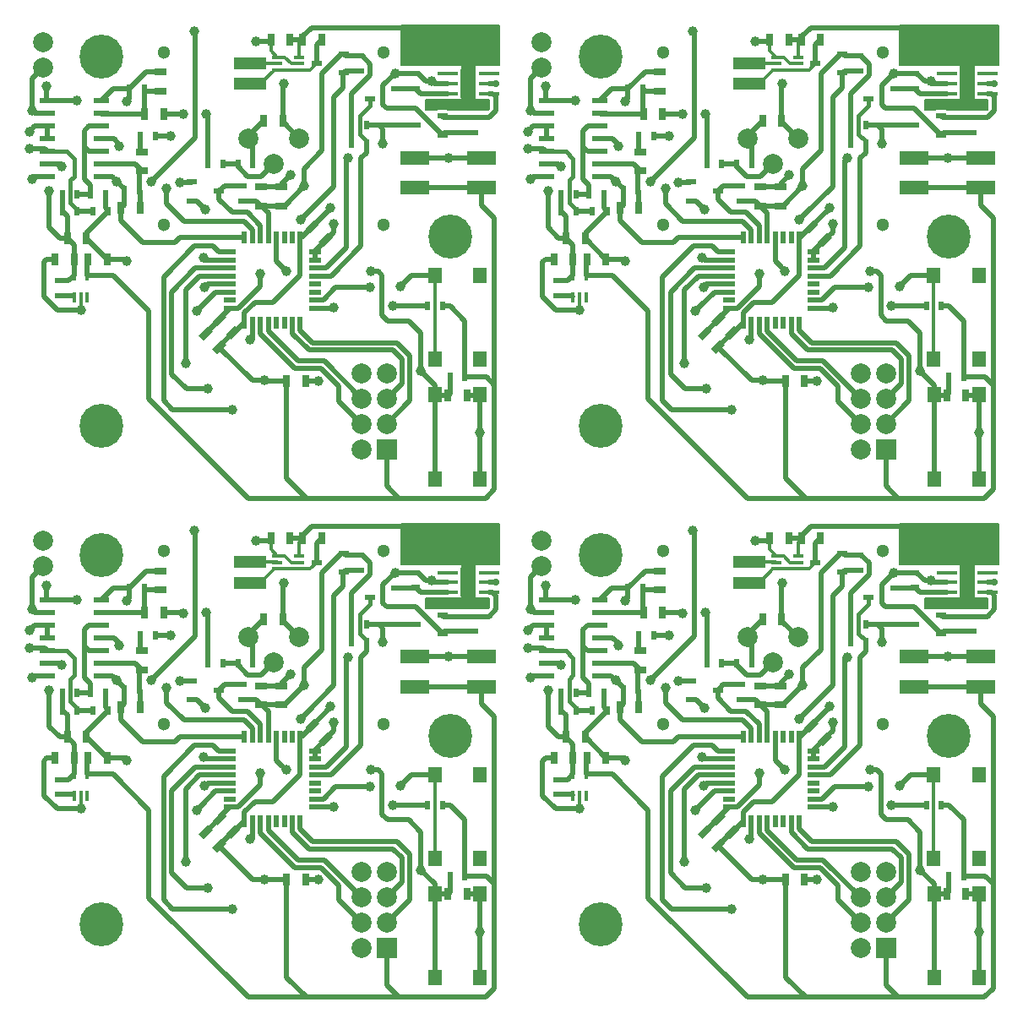
<source format=gtl>
G04 #@! TF.FileFunction,Copper,L1,Top,Signal*
%FSLAX46Y46*%
G04 Gerber Fmt 4.6, Leading zero omitted, Abs format (unit mm)*
G04 Created by KiCad (PCBNEW 4.0.4+dfsg1-stable) date Wed Mar  8 21:16:26 2017*
%MOMM*%
%LPD*%
G01*
G04 APERTURE LIST*
%ADD10C,0.100000*%
%ADD11C,2.000000*%
%ADD12C,1.300000*%
%ADD13R,0.700000X1.300000*%
%ADD14R,0.500000X0.900000*%
%ADD15R,1.000000X0.600000*%
%ADD16R,0.900000X0.500000*%
%ADD17R,0.500000X1.200000*%
%ADD18R,1.200000X0.500000*%
%ADD19R,2.000000X2.000000*%
%ADD20R,1.400000X1.600000*%
%ADD21R,2.000000X0.400000*%
%ADD22R,1.500000X3.000000*%
%ADD23R,3.000000X1.400000*%
%ADD24C,4.400000*%
%ADD25R,1.300000X0.700000*%
%ADD26R,3.200000X1.200000*%
%ADD27R,1.500000X0.600000*%
%ADD28R,0.400000X1.000000*%
%ADD29R,1.000000X0.350000*%
%ADD30C,0.600000*%
%ADD31C,1.000000*%
%ADD32C,0.700000*%
%ADD33C,0.500000*%
%ADD34C,0.300000*%
%ADD35C,0.400000*%
%ADD36C,0.200000*%
G04 APERTURE END LIST*
D10*
D11*
X119900000Y-102400000D03*
X114820000Y-102400000D03*
X117360000Y-104940000D03*
D12*
X106360000Y-111050000D03*
X106360000Y-93750000D03*
X128360000Y-93750000D03*
X128360000Y-111050000D03*
D13*
X102050000Y-109400000D03*
X103950000Y-109400000D03*
D14*
X110750000Y-105000000D03*
X112250000Y-105000000D03*
D15*
X109150000Y-106750000D03*
X109150000Y-108650000D03*
X111850000Y-107700000D03*
D16*
X114200000Y-108650000D03*
X114200000Y-107150000D03*
D14*
X102350000Y-107600000D03*
X103850000Y-107600000D03*
X98950000Y-108000000D03*
X100450000Y-108000000D03*
X96150000Y-109700000D03*
X97650000Y-109700000D03*
X96150000Y-108000000D03*
X97650000Y-108000000D03*
X99250000Y-109700000D03*
X100750000Y-109700000D03*
D17*
X120000000Y-112350000D03*
X119200000Y-112350000D03*
X118400000Y-112350000D03*
X117600000Y-112350000D03*
X116800000Y-112350000D03*
X116000000Y-112350000D03*
X115200000Y-112350000D03*
X114400000Y-112350000D03*
D18*
X112950000Y-113800000D03*
X112950000Y-114600000D03*
X112950000Y-115400000D03*
X112950000Y-116200000D03*
X112950000Y-117000000D03*
X112950000Y-117800000D03*
X112950000Y-118600000D03*
X112950000Y-119400000D03*
D17*
X114400000Y-120850000D03*
X115200000Y-120850000D03*
X116000000Y-120850000D03*
X116800000Y-120850000D03*
X117600000Y-120850000D03*
X118400000Y-120850000D03*
X119200000Y-120850000D03*
X120000000Y-120850000D03*
D18*
X121450000Y-119400000D03*
X121450000Y-118600000D03*
X121450000Y-117800000D03*
X121450000Y-117000000D03*
X121450000Y-116200000D03*
X121450000Y-115400000D03*
X121450000Y-114600000D03*
X121450000Y-113800000D03*
D19*
X128700000Y-133540000D03*
D11*
X126160000Y-133540000D03*
X128700000Y-131000000D03*
X126160000Y-131000000D03*
X128700000Y-128460000D03*
X126160000Y-128460000D03*
X128700000Y-125920000D03*
X126160000Y-125920000D03*
D13*
X120550000Y-126700000D03*
X118650000Y-126700000D03*
D10*
G36*
X112578858Y-123059619D02*
X111659619Y-123978858D01*
X111164644Y-123483883D01*
X112083883Y-122564644D01*
X112578858Y-123059619D01*
X112578858Y-123059619D01*
G37*
G36*
X111235356Y-121716117D02*
X110316117Y-122635356D01*
X109821142Y-122140381D01*
X110740381Y-121221142D01*
X111235356Y-121716117D01*
X111235356Y-121716117D01*
G37*
G36*
X120521142Y-111440381D02*
X121440381Y-110521142D01*
X121935356Y-111016117D01*
X121016117Y-111935356D01*
X120521142Y-111440381D01*
X120521142Y-111440381D01*
G37*
G36*
X121864644Y-112783883D02*
X122783883Y-111864644D01*
X123278858Y-112359619D01*
X122359619Y-113278858D01*
X121864644Y-112783883D01*
X121864644Y-112783883D01*
G37*
D20*
X133510000Y-136500000D03*
X138010000Y-136500000D03*
X133510000Y-128100000D03*
X138010000Y-128100000D03*
D10*
G36*
X113978858Y-121659619D02*
X113059619Y-122578858D01*
X112564644Y-122083883D01*
X113483883Y-121164644D01*
X113978858Y-121659619D01*
X113978858Y-121659619D01*
G37*
G36*
X112635356Y-120316117D02*
X111716117Y-121235356D01*
X111221142Y-120740381D01*
X112140381Y-119821142D01*
X112635356Y-120316117D01*
X112635356Y-120316117D01*
G37*
D21*
X138900000Y-97900000D03*
X138900000Y-96900000D03*
X138900000Y-95900000D03*
X134800000Y-95900000D03*
X134800000Y-96900000D03*
X134800000Y-97900000D03*
D22*
X136850000Y-96900000D03*
D14*
X136500000Y-126300000D03*
X135000000Y-126300000D03*
D13*
X134800000Y-128150000D03*
X136700000Y-128150000D03*
D23*
X138200000Y-104350000D03*
X138200000Y-107350000D03*
X131500000Y-104350000D03*
X131500000Y-107350000D03*
D24*
X135000000Y-112250000D03*
D20*
X133500000Y-124550000D03*
X138000000Y-124550000D03*
X133500000Y-116150000D03*
X138000000Y-116150000D03*
D14*
X134250000Y-119200000D03*
X132750000Y-119200000D03*
D25*
X118100000Y-109150000D03*
X118100000Y-107250000D03*
D13*
X117050000Y-92500000D03*
X118950000Y-92500000D03*
X122150000Y-92500000D03*
X120250000Y-92500000D03*
X118250000Y-100600000D03*
X116350000Y-100600000D03*
D25*
X116100000Y-109150000D03*
X116100000Y-107250000D03*
D14*
X113750000Y-105000000D03*
X115250000Y-105000000D03*
D26*
X115000000Y-96940000D03*
X115000000Y-94860000D03*
D14*
X103950000Y-102200000D03*
X105450000Y-102200000D03*
X102850000Y-97450000D03*
X104350000Y-97450000D03*
D11*
X94200000Y-95270000D03*
X94200000Y-92730000D03*
D25*
X106000000Y-95750000D03*
X106000000Y-97650000D03*
D27*
X100050000Y-106260000D03*
X100050000Y-104990000D03*
X100050000Y-103720000D03*
X100050000Y-102450000D03*
X100050000Y-101180000D03*
X100050000Y-99910000D03*
X100050000Y-98640000D03*
X94650000Y-98640000D03*
X94650000Y-99910000D03*
X94650000Y-101180000D03*
X94650000Y-102450000D03*
X94650000Y-103720000D03*
X94650000Y-104990000D03*
X94650000Y-106260000D03*
D25*
X104100000Y-103750000D03*
X104100000Y-105650000D03*
D24*
X100100000Y-94200000D03*
D13*
X106300000Y-99950000D03*
X104400000Y-99950000D03*
X97350000Y-114500000D03*
X95450000Y-114500000D03*
X98750000Y-114500000D03*
X100650000Y-114500000D03*
D24*
X100100000Y-131200000D03*
D13*
X96650000Y-112400000D03*
X98550000Y-112400000D03*
D28*
X97350000Y-118300000D03*
X98000000Y-118300000D03*
X98650000Y-118300000D03*
X98650000Y-116100000D03*
X97350000Y-116100000D03*
D16*
X95800000Y-118150000D03*
X95800000Y-116650000D03*
D14*
X126650000Y-102900000D03*
X125150000Y-102900000D03*
D29*
X119900000Y-95550000D03*
X119900000Y-94900000D03*
X119900000Y-94250000D03*
X117700000Y-94250000D03*
X117700000Y-94900000D03*
X117700000Y-95550000D03*
D15*
X124350000Y-95850000D03*
X124350000Y-93950000D03*
X121650000Y-94900000D03*
D16*
X126000000Y-95650000D03*
X126000000Y-94150000D03*
D14*
X125150000Y-101100000D03*
X126650000Y-101100000D03*
D30*
X131050000Y-94300000D03*
X131050000Y-93050000D03*
D15*
X129650000Y-99350000D03*
X129650000Y-97450000D03*
X126950000Y-98400000D03*
D16*
X131600000Y-97400000D03*
X131600000Y-95900000D03*
D30*
X133750000Y-99000000D03*
D16*
X137380000Y-101800000D03*
X137380000Y-100300000D03*
D30*
X137750000Y-99000000D03*
D15*
X134230000Y-102050000D03*
X134230000Y-100150000D03*
X131530000Y-101100000D03*
D30*
X135750000Y-99000000D03*
X135050000Y-94300000D03*
X135050000Y-93050000D03*
X133050000Y-93050000D03*
X133050000Y-91800000D03*
X131050000Y-91800000D03*
X133050000Y-94300000D03*
X135050000Y-91800000D03*
X137050000Y-93050000D03*
X137050000Y-91800000D03*
X137050000Y-94300000D03*
X139050000Y-93050000D03*
X139050000Y-91800000D03*
X139050000Y-94300000D03*
D11*
X169900000Y-102400000D03*
X164820000Y-102400000D03*
X167360000Y-104940000D03*
D12*
X156360000Y-111050000D03*
X156360000Y-93750000D03*
X178360000Y-93750000D03*
X178360000Y-111050000D03*
D13*
X152050000Y-109400000D03*
X153950000Y-109400000D03*
D14*
X160750000Y-105000000D03*
X162250000Y-105000000D03*
D15*
X159150000Y-106750000D03*
X159150000Y-108650000D03*
X161850000Y-107700000D03*
D16*
X164200000Y-108650000D03*
X164200000Y-107150000D03*
D14*
X152350000Y-107600000D03*
X153850000Y-107600000D03*
X148950000Y-108000000D03*
X150450000Y-108000000D03*
X146150000Y-109700000D03*
X147650000Y-109700000D03*
X146150000Y-108000000D03*
X147650000Y-108000000D03*
X149250000Y-109700000D03*
X150750000Y-109700000D03*
D17*
X170000000Y-112350000D03*
X169200000Y-112350000D03*
X168400000Y-112350000D03*
X167600000Y-112350000D03*
X166800000Y-112350000D03*
X166000000Y-112350000D03*
X165200000Y-112350000D03*
X164400000Y-112350000D03*
D18*
X162950000Y-113800000D03*
X162950000Y-114600000D03*
X162950000Y-115400000D03*
X162950000Y-116200000D03*
X162950000Y-117000000D03*
X162950000Y-117800000D03*
X162950000Y-118600000D03*
X162950000Y-119400000D03*
D17*
X164400000Y-120850000D03*
X165200000Y-120850000D03*
X166000000Y-120850000D03*
X166800000Y-120850000D03*
X167600000Y-120850000D03*
X168400000Y-120850000D03*
X169200000Y-120850000D03*
X170000000Y-120850000D03*
D18*
X171450000Y-119400000D03*
X171450000Y-118600000D03*
X171450000Y-117800000D03*
X171450000Y-117000000D03*
X171450000Y-116200000D03*
X171450000Y-115400000D03*
X171450000Y-114600000D03*
X171450000Y-113800000D03*
D19*
X178700000Y-133540000D03*
D11*
X176160000Y-133540000D03*
X178700000Y-131000000D03*
X176160000Y-131000000D03*
X178700000Y-128460000D03*
X176160000Y-128460000D03*
X178700000Y-125920000D03*
X176160000Y-125920000D03*
D13*
X170550000Y-126700000D03*
X168650000Y-126700000D03*
D10*
G36*
X162578858Y-123059619D02*
X161659619Y-123978858D01*
X161164644Y-123483883D01*
X162083883Y-122564644D01*
X162578858Y-123059619D01*
X162578858Y-123059619D01*
G37*
G36*
X161235356Y-121716117D02*
X160316117Y-122635356D01*
X159821142Y-122140381D01*
X160740381Y-121221142D01*
X161235356Y-121716117D01*
X161235356Y-121716117D01*
G37*
G36*
X170521142Y-111440381D02*
X171440381Y-110521142D01*
X171935356Y-111016117D01*
X171016117Y-111935356D01*
X170521142Y-111440381D01*
X170521142Y-111440381D01*
G37*
G36*
X171864644Y-112783883D02*
X172783883Y-111864644D01*
X173278858Y-112359619D01*
X172359619Y-113278858D01*
X171864644Y-112783883D01*
X171864644Y-112783883D01*
G37*
D20*
X183510000Y-136500000D03*
X188010000Y-136500000D03*
X183510000Y-128100000D03*
X188010000Y-128100000D03*
D10*
G36*
X163978858Y-121659619D02*
X163059619Y-122578858D01*
X162564644Y-122083883D01*
X163483883Y-121164644D01*
X163978858Y-121659619D01*
X163978858Y-121659619D01*
G37*
G36*
X162635356Y-120316117D02*
X161716117Y-121235356D01*
X161221142Y-120740381D01*
X162140381Y-119821142D01*
X162635356Y-120316117D01*
X162635356Y-120316117D01*
G37*
D21*
X188900000Y-97900000D03*
X188900000Y-96900000D03*
X188900000Y-95900000D03*
X184800000Y-95900000D03*
X184800000Y-96900000D03*
X184800000Y-97900000D03*
D22*
X186850000Y-96900000D03*
D14*
X186500000Y-126300000D03*
X185000000Y-126300000D03*
D13*
X184800000Y-128150000D03*
X186700000Y-128150000D03*
D23*
X188200000Y-104350000D03*
X188200000Y-107350000D03*
X181500000Y-104350000D03*
X181500000Y-107350000D03*
D24*
X185000000Y-112250000D03*
D20*
X183500000Y-124550000D03*
X188000000Y-124550000D03*
X183500000Y-116150000D03*
X188000000Y-116150000D03*
D14*
X184250000Y-119200000D03*
X182750000Y-119200000D03*
D25*
X168100000Y-109150000D03*
X168100000Y-107250000D03*
D13*
X167050000Y-92500000D03*
X168950000Y-92500000D03*
X172150000Y-92500000D03*
X170250000Y-92500000D03*
X168250000Y-100600000D03*
X166350000Y-100600000D03*
D25*
X166100000Y-109150000D03*
X166100000Y-107250000D03*
D14*
X163750000Y-105000000D03*
X165250000Y-105000000D03*
D26*
X165000000Y-96940000D03*
X165000000Y-94860000D03*
D14*
X153950000Y-102200000D03*
X155450000Y-102200000D03*
X152850000Y-97450000D03*
X154350000Y-97450000D03*
D11*
X144200000Y-95270000D03*
X144200000Y-92730000D03*
D25*
X156000000Y-95750000D03*
X156000000Y-97650000D03*
D27*
X150050000Y-106260000D03*
X150050000Y-104990000D03*
X150050000Y-103720000D03*
X150050000Y-102450000D03*
X150050000Y-101180000D03*
X150050000Y-99910000D03*
X150050000Y-98640000D03*
X144650000Y-98640000D03*
X144650000Y-99910000D03*
X144650000Y-101180000D03*
X144650000Y-102450000D03*
X144650000Y-103720000D03*
X144650000Y-104990000D03*
X144650000Y-106260000D03*
D25*
X154100000Y-103750000D03*
X154100000Y-105650000D03*
D24*
X150100000Y-94200000D03*
D13*
X156300000Y-99950000D03*
X154400000Y-99950000D03*
X147350000Y-114500000D03*
X145450000Y-114500000D03*
X148750000Y-114500000D03*
X150650000Y-114500000D03*
D24*
X150100000Y-131200000D03*
D13*
X146650000Y-112400000D03*
X148550000Y-112400000D03*
D28*
X147350000Y-118300000D03*
X148000000Y-118300000D03*
X148650000Y-118300000D03*
X148650000Y-116100000D03*
X147350000Y-116100000D03*
D16*
X145800000Y-118150000D03*
X145800000Y-116650000D03*
D14*
X176650000Y-102900000D03*
X175150000Y-102900000D03*
D29*
X169900000Y-95550000D03*
X169900000Y-94900000D03*
X169900000Y-94250000D03*
X167700000Y-94250000D03*
X167700000Y-94900000D03*
X167700000Y-95550000D03*
D15*
X174350000Y-95850000D03*
X174350000Y-93950000D03*
X171650000Y-94900000D03*
D16*
X176000000Y-95650000D03*
X176000000Y-94150000D03*
D14*
X175150000Y-101100000D03*
X176650000Y-101100000D03*
D30*
X181050000Y-94300000D03*
X181050000Y-93050000D03*
D15*
X179650000Y-99350000D03*
X179650000Y-97450000D03*
X176950000Y-98400000D03*
D16*
X181600000Y-97400000D03*
X181600000Y-95900000D03*
D30*
X183750000Y-99000000D03*
D16*
X187380000Y-101800000D03*
X187380000Y-100300000D03*
D30*
X187750000Y-99000000D03*
D15*
X184230000Y-102050000D03*
X184230000Y-100150000D03*
X181530000Y-101100000D03*
D30*
X185750000Y-99000000D03*
X185050000Y-94300000D03*
X185050000Y-93050000D03*
X183050000Y-93050000D03*
X183050000Y-91800000D03*
X181050000Y-91800000D03*
X183050000Y-94300000D03*
X185050000Y-91800000D03*
X187050000Y-93050000D03*
X187050000Y-91800000D03*
X187050000Y-94300000D03*
X189050000Y-93050000D03*
X189050000Y-91800000D03*
X189050000Y-94300000D03*
D11*
X169900000Y-52400000D03*
X164820000Y-52400000D03*
X167360000Y-54940000D03*
D12*
X156360000Y-61050000D03*
X156360000Y-43750000D03*
X178360000Y-43750000D03*
X178360000Y-61050000D03*
D13*
X152050000Y-59400000D03*
X153950000Y-59400000D03*
D14*
X160750000Y-55000000D03*
X162250000Y-55000000D03*
D15*
X159150000Y-56750000D03*
X159150000Y-58650000D03*
X161850000Y-57700000D03*
D16*
X164200000Y-58650000D03*
X164200000Y-57150000D03*
D14*
X152350000Y-57600000D03*
X153850000Y-57600000D03*
X148950000Y-58000000D03*
X150450000Y-58000000D03*
X146150000Y-59700000D03*
X147650000Y-59700000D03*
X146150000Y-58000000D03*
X147650000Y-58000000D03*
X149250000Y-59700000D03*
X150750000Y-59700000D03*
D17*
X170000000Y-62350000D03*
X169200000Y-62350000D03*
X168400000Y-62350000D03*
X167600000Y-62350000D03*
X166800000Y-62350000D03*
X166000000Y-62350000D03*
X165200000Y-62350000D03*
X164400000Y-62350000D03*
D18*
X162950000Y-63800000D03*
X162950000Y-64600000D03*
X162950000Y-65400000D03*
X162950000Y-66200000D03*
X162950000Y-67000000D03*
X162950000Y-67800000D03*
X162950000Y-68600000D03*
X162950000Y-69400000D03*
D17*
X164400000Y-70850000D03*
X165200000Y-70850000D03*
X166000000Y-70850000D03*
X166800000Y-70850000D03*
X167600000Y-70850000D03*
X168400000Y-70850000D03*
X169200000Y-70850000D03*
X170000000Y-70850000D03*
D18*
X171450000Y-69400000D03*
X171450000Y-68600000D03*
X171450000Y-67800000D03*
X171450000Y-67000000D03*
X171450000Y-66200000D03*
X171450000Y-65400000D03*
X171450000Y-64600000D03*
X171450000Y-63800000D03*
D19*
X178700000Y-83540000D03*
D11*
X176160000Y-83540000D03*
X178700000Y-81000000D03*
X176160000Y-81000000D03*
X178700000Y-78460000D03*
X176160000Y-78460000D03*
X178700000Y-75920000D03*
X176160000Y-75920000D03*
D13*
X170550000Y-76700000D03*
X168650000Y-76700000D03*
D10*
G36*
X162578858Y-73059619D02*
X161659619Y-73978858D01*
X161164644Y-73483883D01*
X162083883Y-72564644D01*
X162578858Y-73059619D01*
X162578858Y-73059619D01*
G37*
G36*
X161235356Y-71716117D02*
X160316117Y-72635356D01*
X159821142Y-72140381D01*
X160740381Y-71221142D01*
X161235356Y-71716117D01*
X161235356Y-71716117D01*
G37*
G36*
X170521142Y-61440381D02*
X171440381Y-60521142D01*
X171935356Y-61016117D01*
X171016117Y-61935356D01*
X170521142Y-61440381D01*
X170521142Y-61440381D01*
G37*
G36*
X171864644Y-62783883D02*
X172783883Y-61864644D01*
X173278858Y-62359619D01*
X172359619Y-63278858D01*
X171864644Y-62783883D01*
X171864644Y-62783883D01*
G37*
D20*
X183510000Y-86500000D03*
X188010000Y-86500000D03*
X183510000Y-78100000D03*
X188010000Y-78100000D03*
D10*
G36*
X163978858Y-71659619D02*
X163059619Y-72578858D01*
X162564644Y-72083883D01*
X163483883Y-71164644D01*
X163978858Y-71659619D01*
X163978858Y-71659619D01*
G37*
G36*
X162635356Y-70316117D02*
X161716117Y-71235356D01*
X161221142Y-70740381D01*
X162140381Y-69821142D01*
X162635356Y-70316117D01*
X162635356Y-70316117D01*
G37*
D21*
X188900000Y-47900000D03*
X188900000Y-46900000D03*
X188900000Y-45900000D03*
X184800000Y-45900000D03*
X184800000Y-46900000D03*
X184800000Y-47900000D03*
D22*
X186850000Y-46900000D03*
D14*
X186500000Y-76300000D03*
X185000000Y-76300000D03*
D13*
X184800000Y-78150000D03*
X186700000Y-78150000D03*
D23*
X188200000Y-54350000D03*
X188200000Y-57350000D03*
X181500000Y-54350000D03*
X181500000Y-57350000D03*
D24*
X185000000Y-62250000D03*
D20*
X183500000Y-74550000D03*
X188000000Y-74550000D03*
X183500000Y-66150000D03*
X188000000Y-66150000D03*
D14*
X184250000Y-69200000D03*
X182750000Y-69200000D03*
D25*
X168100000Y-59150000D03*
X168100000Y-57250000D03*
D13*
X167050000Y-42500000D03*
X168950000Y-42500000D03*
X172150000Y-42500000D03*
X170250000Y-42500000D03*
X168250000Y-50600000D03*
X166350000Y-50600000D03*
D25*
X166100000Y-59150000D03*
X166100000Y-57250000D03*
D14*
X163750000Y-55000000D03*
X165250000Y-55000000D03*
D26*
X165000000Y-46940000D03*
X165000000Y-44860000D03*
D14*
X153950000Y-52200000D03*
X155450000Y-52200000D03*
X152850000Y-47450000D03*
X154350000Y-47450000D03*
D11*
X144200000Y-45270000D03*
X144200000Y-42730000D03*
D25*
X156000000Y-45750000D03*
X156000000Y-47650000D03*
D27*
X150050000Y-56260000D03*
X150050000Y-54990000D03*
X150050000Y-53720000D03*
X150050000Y-52450000D03*
X150050000Y-51180000D03*
X150050000Y-49910000D03*
X150050000Y-48640000D03*
X144650000Y-48640000D03*
X144650000Y-49910000D03*
X144650000Y-51180000D03*
X144650000Y-52450000D03*
X144650000Y-53720000D03*
X144650000Y-54990000D03*
X144650000Y-56260000D03*
D25*
X154100000Y-53750000D03*
X154100000Y-55650000D03*
D24*
X150100000Y-44200000D03*
D13*
X156300000Y-49950000D03*
X154400000Y-49950000D03*
X147350000Y-64500000D03*
X145450000Y-64500000D03*
X148750000Y-64500000D03*
X150650000Y-64500000D03*
D24*
X150100000Y-81200000D03*
D13*
X146650000Y-62400000D03*
X148550000Y-62400000D03*
D28*
X147350000Y-68300000D03*
X148000000Y-68300000D03*
X148650000Y-68300000D03*
X148650000Y-66100000D03*
X147350000Y-66100000D03*
D16*
X145800000Y-68150000D03*
X145800000Y-66650000D03*
D14*
X176650000Y-52900000D03*
X175150000Y-52900000D03*
D29*
X169900000Y-45550000D03*
X169900000Y-44900000D03*
X169900000Y-44250000D03*
X167700000Y-44250000D03*
X167700000Y-44900000D03*
X167700000Y-45550000D03*
D15*
X174350000Y-45850000D03*
X174350000Y-43950000D03*
X171650000Y-44900000D03*
D16*
X176000000Y-45650000D03*
X176000000Y-44150000D03*
D14*
X175150000Y-51100000D03*
X176650000Y-51100000D03*
D30*
X181050000Y-44300000D03*
X181050000Y-43050000D03*
D15*
X179650000Y-49350000D03*
X179650000Y-47450000D03*
X176950000Y-48400000D03*
D16*
X181600000Y-47400000D03*
X181600000Y-45900000D03*
D30*
X183750000Y-49000000D03*
D16*
X187380000Y-51800000D03*
X187380000Y-50300000D03*
D30*
X187750000Y-49000000D03*
D15*
X184230000Y-52050000D03*
X184230000Y-50150000D03*
X181530000Y-51100000D03*
D30*
X185750000Y-49000000D03*
X185050000Y-44300000D03*
X185050000Y-43050000D03*
X183050000Y-43050000D03*
X183050000Y-41800000D03*
X181050000Y-41800000D03*
X183050000Y-44300000D03*
X185050000Y-41800000D03*
X187050000Y-43050000D03*
X187050000Y-41800000D03*
X187050000Y-44300000D03*
X189050000Y-43050000D03*
X189050000Y-41800000D03*
X189050000Y-44300000D03*
D20*
X133510000Y-86500000D03*
X138010000Y-86500000D03*
X133510000Y-78100000D03*
X138010000Y-78100000D03*
D30*
X137050000Y-44300000D03*
X139050000Y-44300000D03*
X131050000Y-44300000D03*
X135050000Y-44300000D03*
X133050000Y-44300000D03*
X137050000Y-41800000D03*
X139050000Y-41800000D03*
X131050000Y-41800000D03*
X135050000Y-41800000D03*
X133050000Y-41800000D03*
X139050000Y-43050000D03*
X137050000Y-43050000D03*
X131050000Y-43050000D03*
X133050000Y-43050000D03*
X135050000Y-43050000D03*
X137750000Y-49000000D03*
X135750000Y-49000000D03*
X133750000Y-49000000D03*
D16*
X137380000Y-51800000D03*
X137380000Y-50300000D03*
D15*
X134230000Y-52050000D03*
X134230000Y-50150000D03*
X131530000Y-51100000D03*
D24*
X100100000Y-44200000D03*
X135000000Y-62250000D03*
D17*
X120000000Y-62350000D03*
X119200000Y-62350000D03*
X118400000Y-62350000D03*
X117600000Y-62350000D03*
X116800000Y-62350000D03*
X116000000Y-62350000D03*
X115200000Y-62350000D03*
X114400000Y-62350000D03*
D18*
X112950000Y-63800000D03*
X112950000Y-64600000D03*
X112950000Y-65400000D03*
X112950000Y-66200000D03*
X112950000Y-67000000D03*
X112950000Y-67800000D03*
X112950000Y-68600000D03*
X112950000Y-69400000D03*
D17*
X114400000Y-70850000D03*
X115200000Y-70850000D03*
X116000000Y-70850000D03*
X116800000Y-70850000D03*
X117600000Y-70850000D03*
X118400000Y-70850000D03*
X119200000Y-70850000D03*
X120000000Y-70850000D03*
D18*
X121450000Y-69400000D03*
X121450000Y-68600000D03*
X121450000Y-67800000D03*
X121450000Y-67000000D03*
X121450000Y-66200000D03*
X121450000Y-65400000D03*
X121450000Y-64600000D03*
X121450000Y-63800000D03*
D13*
X120550000Y-76700000D03*
X118650000Y-76700000D03*
D14*
X126650000Y-52900000D03*
X125150000Y-52900000D03*
D10*
G36*
X113978858Y-71659619D02*
X113059619Y-72578858D01*
X112564644Y-72083883D01*
X113483883Y-71164644D01*
X113978858Y-71659619D01*
X113978858Y-71659619D01*
G37*
G36*
X112635356Y-70316117D02*
X111716117Y-71235356D01*
X111221142Y-70740381D01*
X112140381Y-69821142D01*
X112635356Y-70316117D01*
X112635356Y-70316117D01*
G37*
G36*
X120521142Y-61440381D02*
X121440381Y-60521142D01*
X121935356Y-61016117D01*
X121016117Y-61935356D01*
X120521142Y-61440381D01*
X120521142Y-61440381D01*
G37*
G36*
X121864644Y-62783883D02*
X122783883Y-61864644D01*
X123278858Y-62359619D01*
X122359619Y-63278858D01*
X121864644Y-62783883D01*
X121864644Y-62783883D01*
G37*
G36*
X112578858Y-73059619D02*
X111659619Y-73978858D01*
X111164644Y-73483883D01*
X112083883Y-72564644D01*
X112578858Y-73059619D01*
X112578858Y-73059619D01*
G37*
G36*
X111235356Y-71716117D02*
X110316117Y-72635356D01*
X109821142Y-72140381D01*
X110740381Y-71221142D01*
X111235356Y-71716117D01*
X111235356Y-71716117D01*
G37*
D25*
X118100000Y-59150000D03*
X118100000Y-57250000D03*
X116100000Y-59150000D03*
X116100000Y-57250000D03*
D13*
X134800000Y-78150000D03*
X136700000Y-78150000D03*
X118250000Y-50600000D03*
X116350000Y-50600000D03*
X106300000Y-49950000D03*
X104400000Y-49950000D03*
D25*
X106000000Y-45750000D03*
X106000000Y-47650000D03*
D13*
X96650000Y-62400000D03*
X98550000Y-62400000D03*
D25*
X104100000Y-53750000D03*
X104100000Y-55650000D03*
D13*
X102050000Y-59400000D03*
X103950000Y-59400000D03*
X98750000Y-64500000D03*
X100650000Y-64500000D03*
X97350000Y-64500000D03*
X95450000Y-64500000D03*
X122150000Y-42500000D03*
X120250000Y-42500000D03*
X117050000Y-42500000D03*
X118950000Y-42500000D03*
D11*
X94200000Y-45270000D03*
X94200000Y-42730000D03*
D15*
X124350000Y-45850000D03*
X124350000Y-43950000D03*
X121650000Y-44900000D03*
D14*
X136500000Y-76300000D03*
X135000000Y-76300000D03*
X125150000Y-51100000D03*
X126650000Y-51100000D03*
X134250000Y-69200000D03*
X132750000Y-69200000D03*
X113750000Y-55000000D03*
X115250000Y-55000000D03*
X110750000Y-55000000D03*
X112250000Y-55000000D03*
X102850000Y-47450000D03*
X104350000Y-47450000D03*
X103950000Y-52200000D03*
X105450000Y-52200000D03*
X96150000Y-58000000D03*
X97650000Y-58000000D03*
X98950000Y-58000000D03*
X100450000Y-58000000D03*
X102350000Y-57600000D03*
X103850000Y-57600000D03*
D16*
X126000000Y-45650000D03*
X126000000Y-44150000D03*
X95800000Y-68150000D03*
X95800000Y-66650000D03*
D27*
X100050000Y-56260000D03*
X100050000Y-54990000D03*
X100050000Y-53720000D03*
X100050000Y-52450000D03*
X100050000Y-51180000D03*
X100050000Y-49910000D03*
X100050000Y-48640000D03*
X94650000Y-48640000D03*
X94650000Y-49910000D03*
X94650000Y-51180000D03*
X94650000Y-52450000D03*
X94650000Y-53720000D03*
X94650000Y-54990000D03*
X94650000Y-56260000D03*
D28*
X97350000Y-68300000D03*
X98000000Y-68300000D03*
X98650000Y-68300000D03*
X98650000Y-66100000D03*
X97350000Y-66100000D03*
D26*
X115000000Y-46940000D03*
X115000000Y-44860000D03*
D29*
X119900000Y-45550000D03*
X119900000Y-44900000D03*
X119900000Y-44250000D03*
X117700000Y-44250000D03*
X117700000Y-44900000D03*
X117700000Y-45550000D03*
D14*
X96150000Y-59700000D03*
X97650000Y-59700000D03*
X99250000Y-59700000D03*
X100750000Y-59700000D03*
D20*
X133500000Y-74550000D03*
X138000000Y-74550000D03*
X133500000Y-66150000D03*
X138000000Y-66150000D03*
D15*
X129650000Y-49350000D03*
X129650000Y-47450000D03*
X126950000Y-48400000D03*
D16*
X131600000Y-47400000D03*
X131600000Y-45900000D03*
D15*
X109150000Y-56750000D03*
X109150000Y-58650000D03*
X111850000Y-57700000D03*
D16*
X114200000Y-58650000D03*
X114200000Y-57150000D03*
D24*
X100100000Y-81200000D03*
D21*
X138900000Y-47900000D03*
X138900000Y-46900000D03*
X138900000Y-45900000D03*
X134800000Y-45900000D03*
X134800000Y-46900000D03*
X134800000Y-47900000D03*
D22*
X136850000Y-46900000D03*
D23*
X138200000Y-54350000D03*
X138200000Y-57350000D03*
X131500000Y-54350000D03*
X131500000Y-57350000D03*
D19*
X128700000Y-83540000D03*
D11*
X126160000Y-83540000D03*
X128700000Y-81000000D03*
X126160000Y-81000000D03*
X128700000Y-78460000D03*
X126160000Y-78460000D03*
X128700000Y-75920000D03*
X126160000Y-75920000D03*
X119900000Y-52400000D03*
X114820000Y-52400000D03*
X117360000Y-54940000D03*
D12*
X106360000Y-61050000D03*
X106360000Y-43750000D03*
X128360000Y-43750000D03*
X128360000Y-61050000D03*
D31*
X138000000Y-124550000D03*
X138000000Y-116150000D03*
X138010000Y-131900000D03*
D32*
X139600000Y-96900000D03*
D31*
X134900000Y-104350000D03*
X123350000Y-110950006D03*
X121800000Y-126700000D03*
X102600000Y-114700000D03*
X98000000Y-119600000D03*
X116000000Y-116000000D03*
X110500000Y-109500000D03*
X119000000Y-106100000D03*
X92850000Y-101700000D03*
X188000000Y-124550000D03*
X188000000Y-116150000D03*
X188010000Y-131900000D03*
D32*
X189600000Y-96900000D03*
D31*
X184900000Y-104350000D03*
X173350000Y-110950006D03*
X171800000Y-126700000D03*
X152600000Y-114700000D03*
X148000000Y-119600000D03*
X166000000Y-116000000D03*
X160500000Y-109500000D03*
X169000000Y-106100000D03*
X142850000Y-101700000D03*
X188000000Y-74550000D03*
X188000000Y-66150000D03*
X188010000Y-81900000D03*
D32*
X189600000Y-46900000D03*
D31*
X184900000Y-54350000D03*
X173350000Y-60950006D03*
X171800000Y-76700000D03*
X152600000Y-64700000D03*
X148000000Y-69600000D03*
X166000000Y-66000000D03*
X160500000Y-59500000D03*
X169000000Y-56100000D03*
X142850000Y-51700000D03*
X138000000Y-74550000D03*
X138000000Y-66150000D03*
X134900000Y-54350000D03*
X138010000Y-81900000D03*
D32*
X139600000Y-46900000D03*
D31*
X121800000Y-76700000D03*
X116000000Y-66000000D03*
X119000000Y-56100000D03*
X110500000Y-59500000D03*
X123350000Y-60950006D03*
X102600000Y-64700000D03*
X92850000Y-51700000D03*
X98000000Y-69600000D03*
X123050000Y-109350000D03*
X120350000Y-107200008D03*
X116400000Y-126660000D03*
X173050000Y-109350000D03*
X170350000Y-107200008D03*
X166400000Y-126660000D03*
X173050000Y-59350000D03*
X170350000Y-57200008D03*
X166400000Y-76660000D03*
X123050000Y-59350000D03*
X116400000Y-76660000D03*
X120350000Y-57200008D03*
X132100000Y-125700000D03*
X127099994Y-115700000D03*
X118599998Y-115700000D03*
X182100000Y-125700000D03*
X177099994Y-115700000D03*
X168599998Y-115700000D03*
X182100000Y-75700000D03*
X177099994Y-65700000D03*
X168599998Y-65700000D03*
X127099994Y-65700000D03*
X132100000Y-75700000D03*
X118599998Y-65700000D03*
X133200000Y-96700000D03*
X129492798Y-95900000D03*
X94850000Y-107699988D03*
X101850000Y-103200000D03*
X105100000Y-106700000D03*
X109350000Y-91700000D03*
X183200000Y-96700000D03*
X179492798Y-95900000D03*
X144850000Y-107699988D03*
X151850000Y-103200000D03*
X155100000Y-106700000D03*
X159350000Y-91700000D03*
X183200000Y-46700000D03*
X179492798Y-45900000D03*
X144850000Y-57699988D03*
X151850000Y-53200000D03*
X155100000Y-56700000D03*
X159350000Y-41700000D03*
X129492798Y-45900000D03*
X133200000Y-46700000D03*
X94850000Y-57699988D03*
X101850000Y-53200000D03*
X105100000Y-56700000D03*
X109350000Y-41700000D03*
X115600000Y-92700000D03*
X118350000Y-96950000D03*
X165600000Y-92700000D03*
X168350000Y-96950000D03*
X165600000Y-42700000D03*
X168350000Y-46950000D03*
X115600000Y-42700000D03*
X118350000Y-46950000D03*
X110600000Y-99950000D03*
X108300000Y-100000000D03*
X160600000Y-99950000D03*
X158300000Y-100000000D03*
X160600000Y-49950000D03*
X158300000Y-50000000D03*
X108300000Y-50000000D03*
X110600000Y-49950000D03*
X107000000Y-102199998D03*
X102600000Y-98700000D03*
X157000000Y-102199998D03*
X152600000Y-98700000D03*
X157000000Y-52199998D03*
X152600000Y-48700000D03*
X107000000Y-52199998D03*
X102600000Y-48700000D03*
X101600000Y-106700000D03*
X96100000Y-105200000D03*
X151600000Y-106700000D03*
X146100000Y-105200000D03*
X151600000Y-56700000D03*
X146100000Y-55200000D03*
X101600000Y-56700000D03*
X96100000Y-55200000D03*
X123350000Y-119350000D03*
X173350000Y-119350000D03*
X173350000Y-69350000D03*
X123350000Y-69350000D03*
X129250000Y-119200000D03*
X179250000Y-119200000D03*
X179250000Y-69200000D03*
X129250000Y-69200000D03*
X93100000Y-99610000D03*
X143100000Y-99610000D03*
X143100000Y-49610000D03*
X93100000Y-49610000D03*
X106600000Y-107450000D03*
X94600000Y-97200000D03*
X97600000Y-98650002D03*
X156600000Y-107450000D03*
X144600000Y-97200000D03*
X147600000Y-98650002D03*
X156600000Y-57450000D03*
X144600000Y-47200000D03*
X147600000Y-48650002D03*
X97600000Y-48650002D03*
X94600000Y-47200000D03*
X106600000Y-57450000D03*
X113200000Y-129600000D03*
X163200000Y-129600000D03*
X163200000Y-79600000D03*
X113200000Y-79600000D03*
X110300000Y-114395980D03*
X160300000Y-114395980D03*
X160300000Y-64395980D03*
X110300000Y-64395980D03*
X110700000Y-127500000D03*
X160700000Y-127500000D03*
X160700000Y-77500000D03*
X110700000Y-77500000D03*
X108500000Y-124900000D03*
X158500000Y-124900000D03*
X158500000Y-74900000D03*
X108500000Y-74900000D03*
X110400000Y-117300000D03*
X160400000Y-117300000D03*
X160400000Y-67300000D03*
X110400000Y-67300000D03*
X109600002Y-119700000D03*
X159600002Y-119700000D03*
X159600002Y-69700000D03*
X109600002Y-69700000D03*
X120014475Y-110558746D03*
X115000000Y-122600000D03*
X170014475Y-110558746D03*
X165000000Y-122600000D03*
X170014475Y-60558746D03*
X165000000Y-72600000D03*
X115000000Y-72600000D03*
X120014475Y-60558746D03*
X92850000Y-103450000D03*
X142850000Y-103450000D03*
X142850000Y-53450000D03*
X92850000Y-53450000D03*
X130050000Y-117250000D03*
X126950000Y-117350000D03*
X180050000Y-117250000D03*
X176950000Y-117350000D03*
X180050000Y-67250000D03*
X176950000Y-67350000D03*
X130050000Y-67250000D03*
X126950000Y-67350000D03*
X128300000Y-102900000D03*
X124800000Y-104400000D03*
X178300000Y-102900000D03*
X174800000Y-104400000D03*
X178300000Y-52900000D03*
X174800000Y-54400000D03*
X128300000Y-52900000D03*
X124800000Y-54400000D03*
X93100000Y-106450000D03*
X107900000Y-106800000D03*
X143100000Y-106450000D03*
X157900000Y-106800000D03*
X143100000Y-56450000D03*
X157900000Y-56800000D03*
X107900000Y-56800000D03*
X93100000Y-56450000D03*
D33*
X120550000Y-126700000D02*
X121800000Y-126700000D01*
X138010000Y-128100000D02*
X138010000Y-129650000D01*
X138010000Y-128830000D02*
X138010000Y-129650000D01*
X137960000Y-128150000D02*
X138010000Y-128100000D01*
X136700000Y-128150000D02*
X137960000Y-128150000D01*
X138010000Y-129650000D02*
X138010000Y-131900000D01*
X138010000Y-131900000D02*
X138010000Y-136500000D01*
X136000000Y-91300000D02*
X137100000Y-92400000D01*
X136850000Y-96900000D02*
X136850000Y-92650000D01*
X136850000Y-92650000D02*
X137100000Y-92400000D01*
X136750000Y-99000000D02*
X136300000Y-99000000D01*
X136850000Y-98900000D02*
X136750000Y-99000000D01*
X134600000Y-104350000D02*
X134900000Y-104350000D01*
X134900000Y-104350000D02*
X138200000Y-104350000D01*
X131500000Y-104350000D02*
X134600000Y-104350000D01*
X136850000Y-96900000D02*
X136850000Y-98900000D01*
X138900000Y-96900000D02*
X139600000Y-96900000D01*
X116000000Y-116707106D02*
X116000000Y-116000000D01*
X116000000Y-117207106D02*
X116000000Y-116707106D01*
X111928249Y-120421751D02*
X112950000Y-119400000D01*
X111928249Y-120528249D02*
X111928249Y-120421751D01*
X110528249Y-121928249D02*
X111928249Y-120528249D01*
X121150000Y-91300000D02*
X136000000Y-91300000D01*
D34*
X119900000Y-94250000D02*
X119900000Y-92850000D01*
D33*
X118950000Y-92500000D02*
X120250000Y-92500000D01*
X120250000Y-92500000D02*
X120250000Y-92200000D01*
X120250000Y-92200000D02*
X121150000Y-91300000D01*
D34*
X119900000Y-92850000D02*
X120250000Y-92500000D01*
D33*
X100450000Y-108000000D02*
X100450000Y-109400000D01*
X100450000Y-109400000D02*
X100750000Y-109700000D01*
X93370000Y-101180000D02*
X92850000Y-101700000D01*
X94650000Y-102450000D02*
X94650000Y-101180000D01*
X94650000Y-101180000D02*
X93370000Y-101180000D01*
X102400000Y-114500000D02*
X102600000Y-114700000D01*
X100650000Y-114500000D02*
X102400000Y-114500000D01*
X94300000Y-118257202D02*
X95642798Y-119600000D01*
X95642798Y-119600000D02*
X97292894Y-119600000D01*
D34*
X98000000Y-118300000D02*
X98000000Y-119600000D01*
D33*
X97292894Y-119600000D02*
X98000000Y-119600000D01*
X95450000Y-114500000D02*
X94600000Y-114500000D01*
X94600000Y-114500000D02*
X94300000Y-114800000D01*
X94300000Y-114800000D02*
X94300000Y-118257202D01*
X98550000Y-112400000D02*
X100650000Y-114500000D01*
X98550000Y-112400000D02*
X98550000Y-111900000D01*
X98550000Y-111900000D02*
X100750000Y-109700000D01*
X113807106Y-119400000D02*
X116000000Y-117207106D01*
X112950000Y-119400000D02*
X113807106Y-119400000D01*
X109150000Y-108650000D02*
X109650000Y-108650000D01*
X109650000Y-108650000D02*
X110500000Y-109500000D01*
X114820000Y-102400000D02*
X114820000Y-102130000D01*
X115250000Y-102830000D02*
X114820000Y-102400000D01*
X114820000Y-102130000D02*
X116350000Y-100600000D01*
X115250000Y-105000000D02*
X115250000Y-102830000D01*
X121450000Y-114600000D02*
X121450000Y-113800000D01*
X121450000Y-113693502D02*
X122571751Y-112571751D01*
X121450000Y-113800000D02*
X121450000Y-113693502D01*
X122571751Y-112571751D02*
X123350000Y-111793502D01*
X123350000Y-111657112D02*
X123350000Y-110950006D01*
X123350000Y-111793502D02*
X123350000Y-111657112D01*
X118100000Y-107000000D02*
X119000000Y-106100000D01*
X118100000Y-107250000D02*
X118300000Y-107250000D01*
X118100000Y-107250000D02*
X118100000Y-107000000D01*
X116100000Y-107250000D02*
X118100000Y-107250000D01*
X170550000Y-126700000D02*
X171800000Y-126700000D01*
X188010000Y-128100000D02*
X188010000Y-129650000D01*
X188010000Y-128830000D02*
X188010000Y-129650000D01*
X187960000Y-128150000D02*
X188010000Y-128100000D01*
X186700000Y-128150000D02*
X187960000Y-128150000D01*
X188010000Y-129650000D02*
X188010000Y-131900000D01*
X188010000Y-131900000D02*
X188010000Y-136500000D01*
X186000000Y-91300000D02*
X187100000Y-92400000D01*
X186850000Y-96900000D02*
X186850000Y-92650000D01*
X186850000Y-92650000D02*
X187100000Y-92400000D01*
X186750000Y-99000000D02*
X186300000Y-99000000D01*
X186850000Y-98900000D02*
X186750000Y-99000000D01*
X184600000Y-104350000D02*
X184900000Y-104350000D01*
X184900000Y-104350000D02*
X188200000Y-104350000D01*
X181500000Y-104350000D02*
X184600000Y-104350000D01*
X186850000Y-96900000D02*
X186850000Y-98900000D01*
X188900000Y-96900000D02*
X189600000Y-96900000D01*
X166000000Y-116707106D02*
X166000000Y-116000000D01*
X166000000Y-117207106D02*
X166000000Y-116707106D01*
X161928249Y-120421751D02*
X162950000Y-119400000D01*
X161928249Y-120528249D02*
X161928249Y-120421751D01*
X160528249Y-121928249D02*
X161928249Y-120528249D01*
X171150000Y-91300000D02*
X186000000Y-91300000D01*
D34*
X169900000Y-94250000D02*
X169900000Y-92850000D01*
D33*
X168950000Y-92500000D02*
X170250000Y-92500000D01*
X170250000Y-92500000D02*
X170250000Y-92200000D01*
X170250000Y-92200000D02*
X171150000Y-91300000D01*
D34*
X169900000Y-92850000D02*
X170250000Y-92500000D01*
D33*
X150450000Y-108000000D02*
X150450000Y-109400000D01*
X150450000Y-109400000D02*
X150750000Y-109700000D01*
X143370000Y-101180000D02*
X142850000Y-101700000D01*
X144650000Y-102450000D02*
X144650000Y-101180000D01*
X144650000Y-101180000D02*
X143370000Y-101180000D01*
X152400000Y-114500000D02*
X152600000Y-114700000D01*
X150650000Y-114500000D02*
X152400000Y-114500000D01*
X144300000Y-118257202D02*
X145642798Y-119600000D01*
X145642798Y-119600000D02*
X147292894Y-119600000D01*
D34*
X148000000Y-118300000D02*
X148000000Y-119600000D01*
D33*
X147292894Y-119600000D02*
X148000000Y-119600000D01*
X145450000Y-114500000D02*
X144600000Y-114500000D01*
X144600000Y-114500000D02*
X144300000Y-114800000D01*
X144300000Y-114800000D02*
X144300000Y-118257202D01*
X148550000Y-112400000D02*
X150650000Y-114500000D01*
X148550000Y-112400000D02*
X148550000Y-111900000D01*
X148550000Y-111900000D02*
X150750000Y-109700000D01*
X163807106Y-119400000D02*
X166000000Y-117207106D01*
X162950000Y-119400000D02*
X163807106Y-119400000D01*
X159150000Y-108650000D02*
X159650000Y-108650000D01*
X159650000Y-108650000D02*
X160500000Y-109500000D01*
X164820000Y-102400000D02*
X164820000Y-102130000D01*
X165250000Y-102830000D02*
X164820000Y-102400000D01*
X164820000Y-102130000D02*
X166350000Y-100600000D01*
X165250000Y-105000000D02*
X165250000Y-102830000D01*
X171450000Y-114600000D02*
X171450000Y-113800000D01*
X171450000Y-113693502D02*
X172571751Y-112571751D01*
X171450000Y-113800000D02*
X171450000Y-113693502D01*
X172571751Y-112571751D02*
X173350000Y-111793502D01*
X173350000Y-111657112D02*
X173350000Y-110950006D01*
X173350000Y-111793502D02*
X173350000Y-111657112D01*
X168100000Y-107000000D02*
X169000000Y-106100000D01*
X168100000Y-107250000D02*
X168300000Y-107250000D01*
X168100000Y-107250000D02*
X168100000Y-107000000D01*
X166100000Y-107250000D02*
X168100000Y-107250000D01*
X170550000Y-76700000D02*
X171800000Y-76700000D01*
X188010000Y-78100000D02*
X188010000Y-79650000D01*
X188010000Y-78830000D02*
X188010000Y-79650000D01*
X187960000Y-78150000D02*
X188010000Y-78100000D01*
X186700000Y-78150000D02*
X187960000Y-78150000D01*
X188010000Y-79650000D02*
X188010000Y-81900000D01*
X188010000Y-81900000D02*
X188010000Y-86500000D01*
X186000000Y-41300000D02*
X187100000Y-42400000D01*
X186850000Y-46900000D02*
X186850000Y-42650000D01*
X186850000Y-42650000D02*
X187100000Y-42400000D01*
X186750000Y-49000000D02*
X186300000Y-49000000D01*
X186850000Y-48900000D02*
X186750000Y-49000000D01*
X184600000Y-54350000D02*
X184900000Y-54350000D01*
X184900000Y-54350000D02*
X188200000Y-54350000D01*
X181500000Y-54350000D02*
X184600000Y-54350000D01*
X186850000Y-46900000D02*
X186850000Y-48900000D01*
X188900000Y-46900000D02*
X189600000Y-46900000D01*
X166000000Y-66707106D02*
X166000000Y-66000000D01*
X166000000Y-67207106D02*
X166000000Y-66707106D01*
X161928249Y-70421751D02*
X162950000Y-69400000D01*
X161928249Y-70528249D02*
X161928249Y-70421751D01*
X160528249Y-71928249D02*
X161928249Y-70528249D01*
X171150000Y-41300000D02*
X186000000Y-41300000D01*
D34*
X169900000Y-44250000D02*
X169900000Y-42850000D01*
D33*
X168950000Y-42500000D02*
X170250000Y-42500000D01*
X170250000Y-42500000D02*
X170250000Y-42200000D01*
X170250000Y-42200000D02*
X171150000Y-41300000D01*
D34*
X169900000Y-42850000D02*
X170250000Y-42500000D01*
D33*
X150450000Y-58000000D02*
X150450000Y-59400000D01*
X150450000Y-59400000D02*
X150750000Y-59700000D01*
X143370000Y-51180000D02*
X142850000Y-51700000D01*
X144650000Y-52450000D02*
X144650000Y-51180000D01*
X144650000Y-51180000D02*
X143370000Y-51180000D01*
X152400000Y-64500000D02*
X152600000Y-64700000D01*
X150650000Y-64500000D02*
X152400000Y-64500000D01*
X144300000Y-68257202D02*
X145642798Y-69600000D01*
X145642798Y-69600000D02*
X147292894Y-69600000D01*
D34*
X148000000Y-68300000D02*
X148000000Y-69600000D01*
D33*
X147292894Y-69600000D02*
X148000000Y-69600000D01*
X145450000Y-64500000D02*
X144600000Y-64500000D01*
X144600000Y-64500000D02*
X144300000Y-64800000D01*
X144300000Y-64800000D02*
X144300000Y-68257202D01*
X148550000Y-62400000D02*
X150650000Y-64500000D01*
X148550000Y-62400000D02*
X148550000Y-61900000D01*
X148550000Y-61900000D02*
X150750000Y-59700000D01*
X163807106Y-69400000D02*
X166000000Y-67207106D01*
X162950000Y-69400000D02*
X163807106Y-69400000D01*
X159150000Y-58650000D02*
X159650000Y-58650000D01*
X159650000Y-58650000D02*
X160500000Y-59500000D01*
X164820000Y-52400000D02*
X164820000Y-52130000D01*
X165250000Y-52830000D02*
X164820000Y-52400000D01*
X164820000Y-52130000D02*
X166350000Y-50600000D01*
X165250000Y-55000000D02*
X165250000Y-52830000D01*
X171450000Y-64600000D02*
X171450000Y-63800000D01*
X171450000Y-63693502D02*
X172571751Y-62571751D01*
X171450000Y-63800000D02*
X171450000Y-63693502D01*
X172571751Y-62571751D02*
X173350000Y-61793502D01*
X173350000Y-61657112D02*
X173350000Y-60950006D01*
X173350000Y-61793502D02*
X173350000Y-61657112D01*
X168100000Y-57000000D02*
X169000000Y-56100000D01*
X168100000Y-57250000D02*
X168300000Y-57250000D01*
X168100000Y-57250000D02*
X168100000Y-57000000D01*
X166100000Y-57250000D02*
X168100000Y-57250000D01*
X138010000Y-78830000D02*
X138010000Y-79650000D01*
X138010000Y-78100000D02*
X138010000Y-79650000D01*
X138010000Y-79650000D02*
X138010000Y-81900000D01*
X136700000Y-78150000D02*
X137960000Y-78150000D01*
X137960000Y-78150000D02*
X138010000Y-78100000D01*
X138010000Y-81900000D02*
X138010000Y-86500000D01*
X131500000Y-54350000D02*
X134600000Y-54350000D01*
X134900000Y-54350000D02*
X138200000Y-54350000D01*
X134600000Y-54350000D02*
X134900000Y-54350000D01*
X136850000Y-46900000D02*
X136850000Y-42650000D01*
X138900000Y-46900000D02*
X139600000Y-46900000D01*
X136750000Y-49000000D02*
X136300000Y-49000000D01*
X136850000Y-46900000D02*
X136850000Y-48900000D01*
X136850000Y-48900000D02*
X136750000Y-49000000D01*
X136850000Y-42650000D02*
X137100000Y-42400000D01*
X120550000Y-76700000D02*
X121800000Y-76700000D01*
X116000000Y-66707106D02*
X116000000Y-66000000D01*
X113807106Y-69400000D02*
X116000000Y-67207106D01*
X112950000Y-69400000D02*
X113807106Y-69400000D01*
X116000000Y-67207106D02*
X116000000Y-66707106D01*
X110528249Y-71928249D02*
X111928249Y-70528249D01*
X118100000Y-57250000D02*
X118100000Y-57000000D01*
X118100000Y-57000000D02*
X119000000Y-56100000D01*
X109150000Y-58650000D02*
X109650000Y-58650000D01*
X109650000Y-58650000D02*
X110500000Y-59500000D01*
X120250000Y-42500000D02*
X120250000Y-42200000D01*
X120250000Y-42200000D02*
X121150000Y-41300000D01*
X121150000Y-41300000D02*
X136000000Y-41300000D01*
X136000000Y-41300000D02*
X137100000Y-42400000D01*
X118100000Y-57250000D02*
X118300000Y-57250000D01*
X116100000Y-57250000D02*
X118100000Y-57250000D01*
X123350000Y-61793502D02*
X123350000Y-61657112D01*
X122571751Y-62571751D02*
X123350000Y-61793502D01*
X123350000Y-61657112D02*
X123350000Y-60950006D01*
X115250000Y-55000000D02*
X115250000Y-52830000D01*
X115250000Y-52830000D02*
X114820000Y-52400000D01*
X114820000Y-52400000D02*
X114820000Y-52130000D01*
X114820000Y-52130000D02*
X116350000Y-50600000D01*
X100650000Y-64500000D02*
X102400000Y-64500000D01*
X102400000Y-64500000D02*
X102600000Y-64700000D01*
X94650000Y-51180000D02*
X93370000Y-51180000D01*
X93370000Y-51180000D02*
X92850000Y-51700000D01*
X94650000Y-52450000D02*
X94650000Y-51180000D01*
X100450000Y-58000000D02*
X100450000Y-59400000D01*
X100450000Y-59400000D02*
X100750000Y-59700000D01*
X98550000Y-62400000D02*
X98550000Y-61900000D01*
X98550000Y-61900000D02*
X100750000Y-59700000D01*
X98550000Y-62400000D02*
X100650000Y-64500000D01*
X94300000Y-64800000D02*
X94300000Y-68257202D01*
X94300000Y-68257202D02*
X95642798Y-69600000D01*
X95642798Y-69600000D02*
X97292894Y-69600000D01*
X97292894Y-69600000D02*
X98000000Y-69600000D01*
X95450000Y-64500000D02*
X94600000Y-64500000D01*
X94600000Y-64500000D02*
X94300000Y-64800000D01*
D34*
X98000000Y-68300000D02*
X98000000Y-69600000D01*
D33*
X118950000Y-42500000D02*
X120250000Y-42500000D01*
D34*
X119900000Y-44250000D02*
X119900000Y-42850000D01*
X119900000Y-42850000D02*
X120250000Y-42500000D01*
D33*
X111928249Y-70528249D02*
X111928249Y-70421751D01*
X111928249Y-70421751D02*
X112950000Y-69400000D01*
X121450000Y-64600000D02*
X121450000Y-63800000D01*
X121450000Y-63800000D02*
X121450000Y-63693502D01*
X121450000Y-63693502D02*
X122571751Y-62571751D01*
X129900000Y-138454001D02*
X128680000Y-137234001D01*
X129900000Y-138454001D02*
X128550401Y-138454001D01*
X128680000Y-137234001D02*
X128700000Y-137214001D01*
X118650000Y-136450000D02*
X118650000Y-126700000D01*
X120654001Y-138454001D02*
X118650000Y-136450000D01*
X122150000Y-138454001D02*
X120654001Y-138454001D01*
X128700000Y-137214001D02*
X128700000Y-133540000D01*
X128550401Y-138454001D02*
X122150000Y-138454001D01*
X139450000Y-126100000D02*
X139450000Y-127100000D01*
X139450000Y-127100000D02*
X138650000Y-126300000D01*
X138553201Y-138454001D02*
X129900000Y-138454001D01*
X139450000Y-127100000D02*
X139450000Y-137557202D01*
X139450000Y-137557202D02*
X138553201Y-138454001D01*
X134250000Y-119200000D02*
X135000000Y-119200000D01*
X135000000Y-119200000D02*
X136500000Y-120700000D01*
X138650000Y-126300000D02*
X136500000Y-126300000D01*
X136500000Y-120700000D02*
X136500000Y-121345990D01*
X139450000Y-110350000D02*
X139450000Y-126100000D01*
X136500000Y-126300000D02*
X136500000Y-121345990D01*
X131500000Y-107350000D02*
X133500000Y-107350000D01*
X133500000Y-107350000D02*
X138200000Y-107350000D01*
X138200000Y-107350000D02*
X138200000Y-109100000D01*
X138200000Y-109100000D02*
X139450000Y-110350000D01*
X120000000Y-116137301D02*
X120000000Y-113450000D01*
X117287301Y-118850000D02*
X120000000Y-116137301D01*
X115442798Y-118850000D02*
X117287301Y-118850000D01*
X114400000Y-120850000D02*
X114400000Y-119892798D01*
X114400000Y-119892798D02*
X115442798Y-118850000D01*
X113378249Y-121871751D02*
X114400000Y-120850000D01*
X104850000Y-128500000D02*
X104850000Y-119700000D01*
X115235000Y-126660000D02*
X111871751Y-123296751D01*
X111871751Y-123271751D02*
X113271751Y-121871751D01*
X113271751Y-121871751D02*
X113378249Y-121871751D01*
X111871751Y-123296751D02*
X111871751Y-123271751D01*
X116400000Y-126660000D02*
X115235000Y-126660000D01*
X118650000Y-126700000D02*
X116440000Y-126700000D01*
X114804001Y-138454001D02*
X104850000Y-128500000D01*
X122150000Y-138454001D02*
X114804001Y-138454001D01*
X116440000Y-126700000D02*
X116400000Y-126660000D01*
X124550000Y-94150000D02*
X124350000Y-93950000D01*
X124150000Y-93950000D02*
X122200000Y-95900000D01*
X124350000Y-93950000D02*
X124150000Y-93950000D01*
X101250000Y-116100000D02*
X98650000Y-116100000D01*
X104850000Y-119700000D02*
X101250000Y-116100000D01*
X98650000Y-116100000D02*
X98650000Y-114600000D01*
X98650000Y-114600000D02*
X98750000Y-114500000D01*
X114200000Y-108650000D02*
X115600000Y-108650000D01*
X122200000Y-103600000D02*
X120350000Y-105450000D01*
X125150000Y-102900000D02*
X125150000Y-101100000D01*
X126500000Y-96600000D02*
X127000000Y-96100000D01*
X122200000Y-95900000D02*
X122200000Y-103600000D01*
X125150000Y-101100000D02*
X125150000Y-97950000D01*
X126000000Y-94150000D02*
X124550000Y-94150000D01*
X127000000Y-94950000D02*
X126200000Y-94150000D01*
X127000000Y-96100000D02*
X127000000Y-94950000D01*
X126200000Y-94150000D02*
X126000000Y-94150000D01*
X125900000Y-97200000D02*
X126500000Y-96600000D01*
X125150000Y-97950000D02*
X126500000Y-96600000D01*
X120000000Y-112350000D02*
X120106498Y-112350000D01*
X120000000Y-113450000D02*
X120000000Y-112350000D01*
X123050000Y-109406498D02*
X123050000Y-109350000D01*
X120106498Y-112350000D02*
X121228249Y-111228249D01*
X121228249Y-111228249D02*
X123050000Y-109406498D01*
X116800000Y-109850000D02*
X116800000Y-112350000D01*
X116100000Y-109150000D02*
X116800000Y-109850000D01*
X116100000Y-109150000D02*
X118100000Y-109150000D01*
X115600000Y-108650000D02*
X116100000Y-109150000D01*
X118100000Y-109150000D02*
X118400000Y-109150000D01*
X120349992Y-107200008D02*
X120350000Y-107200008D01*
X118400000Y-109150000D02*
X120349992Y-107200008D01*
X120350000Y-105450000D02*
X120350000Y-106492902D01*
X120350000Y-106492902D02*
X120350000Y-107200008D01*
X179900000Y-138454001D02*
X178680000Y-137234001D01*
X179900000Y-138454001D02*
X178550401Y-138454001D01*
X178680000Y-137234001D02*
X178700000Y-137214001D01*
X168650000Y-136450000D02*
X168650000Y-126700000D01*
X170654001Y-138454001D02*
X168650000Y-136450000D01*
X172150000Y-138454001D02*
X170654001Y-138454001D01*
X178700000Y-137214001D02*
X178700000Y-133540000D01*
X178550401Y-138454001D02*
X172150000Y-138454001D01*
X189450000Y-126100000D02*
X189450000Y-127100000D01*
X189450000Y-127100000D02*
X188650000Y-126300000D01*
X188553201Y-138454001D02*
X179900000Y-138454001D01*
X189450000Y-127100000D02*
X189450000Y-137557202D01*
X189450000Y-137557202D02*
X188553201Y-138454001D01*
X184250000Y-119200000D02*
X185000000Y-119200000D01*
X185000000Y-119200000D02*
X186500000Y-120700000D01*
X188650000Y-126300000D02*
X186500000Y-126300000D01*
X186500000Y-120700000D02*
X186500000Y-121345990D01*
X189450000Y-110350000D02*
X189450000Y-126100000D01*
X186500000Y-126300000D02*
X186500000Y-121345990D01*
X181500000Y-107350000D02*
X183500000Y-107350000D01*
X183500000Y-107350000D02*
X188200000Y-107350000D01*
X188200000Y-107350000D02*
X188200000Y-109100000D01*
X188200000Y-109100000D02*
X189450000Y-110350000D01*
X170000000Y-116137301D02*
X170000000Y-113450000D01*
X167287301Y-118850000D02*
X170000000Y-116137301D01*
X165442798Y-118850000D02*
X167287301Y-118850000D01*
X164400000Y-120850000D02*
X164400000Y-119892798D01*
X164400000Y-119892798D02*
X165442798Y-118850000D01*
X163378249Y-121871751D02*
X164400000Y-120850000D01*
X154850000Y-128500000D02*
X154850000Y-119700000D01*
X165235000Y-126660000D02*
X161871751Y-123296751D01*
X161871751Y-123271751D02*
X163271751Y-121871751D01*
X163271751Y-121871751D02*
X163378249Y-121871751D01*
X161871751Y-123296751D02*
X161871751Y-123271751D01*
X166400000Y-126660000D02*
X165235000Y-126660000D01*
X168650000Y-126700000D02*
X166440000Y-126700000D01*
X164804001Y-138454001D02*
X154850000Y-128500000D01*
X172150000Y-138454001D02*
X164804001Y-138454001D01*
X166440000Y-126700000D02*
X166400000Y-126660000D01*
X174550000Y-94150000D02*
X174350000Y-93950000D01*
X174150000Y-93950000D02*
X172200000Y-95900000D01*
X174350000Y-93950000D02*
X174150000Y-93950000D01*
X151250000Y-116100000D02*
X148650000Y-116100000D01*
X154850000Y-119700000D02*
X151250000Y-116100000D01*
X148650000Y-116100000D02*
X148650000Y-114600000D01*
X148650000Y-114600000D02*
X148750000Y-114500000D01*
X164200000Y-108650000D02*
X165600000Y-108650000D01*
X172200000Y-103600000D02*
X170350000Y-105450000D01*
X175150000Y-102900000D02*
X175150000Y-101100000D01*
X176500000Y-96600000D02*
X177000000Y-96100000D01*
X172200000Y-95900000D02*
X172200000Y-103600000D01*
X175150000Y-101100000D02*
X175150000Y-97950000D01*
X176000000Y-94150000D02*
X174550000Y-94150000D01*
X177000000Y-94950000D02*
X176200000Y-94150000D01*
X177000000Y-96100000D02*
X177000000Y-94950000D01*
X176200000Y-94150000D02*
X176000000Y-94150000D01*
X175900000Y-97200000D02*
X176500000Y-96600000D01*
X175150000Y-97950000D02*
X176500000Y-96600000D01*
X170000000Y-112350000D02*
X170106498Y-112350000D01*
X170000000Y-113450000D02*
X170000000Y-112350000D01*
X173050000Y-109406498D02*
X173050000Y-109350000D01*
X170106498Y-112350000D02*
X171228249Y-111228249D01*
X171228249Y-111228249D02*
X173050000Y-109406498D01*
X166800000Y-109850000D02*
X166800000Y-112350000D01*
X166100000Y-109150000D02*
X166800000Y-109850000D01*
X166100000Y-109150000D02*
X168100000Y-109150000D01*
X165600000Y-108650000D02*
X166100000Y-109150000D01*
X168100000Y-109150000D02*
X168400000Y-109150000D01*
X170349992Y-107200008D02*
X170350000Y-107200008D01*
X168400000Y-109150000D02*
X170349992Y-107200008D01*
X170350000Y-105450000D02*
X170350000Y-106492902D01*
X170350000Y-106492902D02*
X170350000Y-107200008D01*
X179900000Y-88454001D02*
X178680000Y-87234001D01*
X179900000Y-88454001D02*
X178550401Y-88454001D01*
X178680000Y-87234001D02*
X178700000Y-87214001D01*
X168650000Y-86450000D02*
X168650000Y-76700000D01*
X170654001Y-88454001D02*
X168650000Y-86450000D01*
X172150000Y-88454001D02*
X170654001Y-88454001D01*
X178700000Y-87214001D02*
X178700000Y-83540000D01*
X178550401Y-88454001D02*
X172150000Y-88454001D01*
X189450000Y-76100000D02*
X189450000Y-77100000D01*
X189450000Y-77100000D02*
X188650000Y-76300000D01*
X188553201Y-88454001D02*
X179900000Y-88454001D01*
X189450000Y-77100000D02*
X189450000Y-87557202D01*
X189450000Y-87557202D02*
X188553201Y-88454001D01*
X184250000Y-69200000D02*
X185000000Y-69200000D01*
X185000000Y-69200000D02*
X186500000Y-70700000D01*
X188650000Y-76300000D02*
X186500000Y-76300000D01*
X186500000Y-70700000D02*
X186500000Y-71345990D01*
X189450000Y-60350000D02*
X189450000Y-76100000D01*
X186500000Y-76300000D02*
X186500000Y-71345990D01*
X181500000Y-57350000D02*
X183500000Y-57350000D01*
X183500000Y-57350000D02*
X188200000Y-57350000D01*
X188200000Y-57350000D02*
X188200000Y-59100000D01*
X188200000Y-59100000D02*
X189450000Y-60350000D01*
X170000000Y-66137301D02*
X170000000Y-63450000D01*
X167287301Y-68850000D02*
X170000000Y-66137301D01*
X165442798Y-68850000D02*
X167287301Y-68850000D01*
X164400000Y-70850000D02*
X164400000Y-69892798D01*
X164400000Y-69892798D02*
X165442798Y-68850000D01*
X163378249Y-71871751D02*
X164400000Y-70850000D01*
X154850000Y-78500000D02*
X154850000Y-69700000D01*
X165235000Y-76660000D02*
X161871751Y-73296751D01*
X161871751Y-73271751D02*
X163271751Y-71871751D01*
X163271751Y-71871751D02*
X163378249Y-71871751D01*
X161871751Y-73296751D02*
X161871751Y-73271751D01*
X166400000Y-76660000D02*
X165235000Y-76660000D01*
X168650000Y-76700000D02*
X166440000Y-76700000D01*
X164804001Y-88454001D02*
X154850000Y-78500000D01*
X172150000Y-88454001D02*
X164804001Y-88454001D01*
X166440000Y-76700000D02*
X166400000Y-76660000D01*
X174550000Y-44150000D02*
X174350000Y-43950000D01*
X174150000Y-43950000D02*
X172200000Y-45900000D01*
X174350000Y-43950000D02*
X174150000Y-43950000D01*
X151250000Y-66100000D02*
X148650000Y-66100000D01*
X154850000Y-69700000D02*
X151250000Y-66100000D01*
X148650000Y-66100000D02*
X148650000Y-64600000D01*
X148650000Y-64600000D02*
X148750000Y-64500000D01*
X164200000Y-58650000D02*
X165600000Y-58650000D01*
X172200000Y-53600000D02*
X170350000Y-55450000D01*
X175150000Y-52900000D02*
X175150000Y-51100000D01*
X176500000Y-46600000D02*
X177000000Y-46100000D01*
X172200000Y-45900000D02*
X172200000Y-53600000D01*
X175150000Y-51100000D02*
X175150000Y-47950000D01*
X176000000Y-44150000D02*
X174550000Y-44150000D01*
X177000000Y-44950000D02*
X176200000Y-44150000D01*
X177000000Y-46100000D02*
X177000000Y-44950000D01*
X176200000Y-44150000D02*
X176000000Y-44150000D01*
X175900000Y-47200000D02*
X176500000Y-46600000D01*
X175150000Y-47950000D02*
X176500000Y-46600000D01*
X170000000Y-62350000D02*
X170106498Y-62350000D01*
X170000000Y-63450000D02*
X170000000Y-62350000D01*
X173050000Y-59406498D02*
X173050000Y-59350000D01*
X170106498Y-62350000D02*
X171228249Y-61228249D01*
X171228249Y-61228249D02*
X173050000Y-59406498D01*
X166800000Y-59850000D02*
X166800000Y-62350000D01*
X166100000Y-59150000D02*
X166800000Y-59850000D01*
X166100000Y-59150000D02*
X168100000Y-59150000D01*
X165600000Y-58650000D02*
X166100000Y-59150000D01*
X168100000Y-59150000D02*
X168400000Y-59150000D01*
X170349992Y-57200008D02*
X170350000Y-57200008D01*
X168400000Y-59150000D02*
X170349992Y-57200008D01*
X170350000Y-55450000D02*
X170350000Y-56492902D01*
X170350000Y-56492902D02*
X170350000Y-57200008D01*
X134250000Y-69200000D02*
X135000000Y-69200000D01*
X135000000Y-69200000D02*
X136500000Y-70700000D01*
X136500000Y-70700000D02*
X136500000Y-71345990D01*
X136500000Y-76300000D02*
X136500000Y-71345990D01*
X138200000Y-57350000D02*
X138200000Y-59100000D01*
X138200000Y-59100000D02*
X139450000Y-60350000D01*
X139450000Y-60350000D02*
X139450000Y-76100000D01*
X139450000Y-76100000D02*
X139450000Y-77100000D01*
X114400000Y-70850000D02*
X114400000Y-69892798D01*
X120000000Y-63450000D02*
X120000000Y-62350000D01*
X114400000Y-69892798D02*
X115442798Y-68850000D01*
X117287301Y-68850000D02*
X120000000Y-66137301D01*
X115442798Y-68850000D02*
X117287301Y-68850000D01*
X120000000Y-66137301D02*
X120000000Y-63450000D01*
X139450000Y-77100000D02*
X139450000Y-87557202D01*
X139450000Y-77100000D02*
X138650000Y-76300000D01*
X138650000Y-76300000D02*
X136500000Y-76300000D01*
X131500000Y-57350000D02*
X133500000Y-57350000D01*
X133500000Y-57350000D02*
X138200000Y-57350000D01*
X128680000Y-87234001D02*
X128700000Y-87214001D01*
X128700000Y-87214001D02*
X128700000Y-83540000D01*
X129900000Y-88454001D02*
X128550401Y-88454001D01*
X129900000Y-88454001D02*
X128680000Y-87234001D01*
X138553201Y-88454001D02*
X129900000Y-88454001D01*
X122150000Y-88454001D02*
X114804001Y-88454001D01*
X128550401Y-88454001D02*
X122150000Y-88454001D01*
X122150000Y-88454001D02*
X120654001Y-88454001D01*
X120654001Y-88454001D02*
X118650000Y-86450000D01*
X118650000Y-86450000D02*
X118650000Y-76700000D01*
X114804001Y-88454001D02*
X104850000Y-78500000D01*
X104850000Y-78500000D02*
X104850000Y-69700000D01*
X104850000Y-69700000D02*
X101250000Y-66100000D01*
X101250000Y-66100000D02*
X98650000Y-66100000D01*
X139450000Y-87557202D02*
X138553201Y-88454001D01*
X126200000Y-44150000D02*
X126000000Y-44150000D01*
X127000000Y-46100000D02*
X127000000Y-44950000D01*
X127000000Y-44950000D02*
X126200000Y-44150000D01*
X126500000Y-46600000D02*
X127000000Y-46100000D01*
X116400000Y-76660000D02*
X115235000Y-76660000D01*
X115235000Y-76660000D02*
X111871751Y-73296751D01*
X111871751Y-73296751D02*
X111871751Y-73271751D01*
X123050000Y-59406498D02*
X123050000Y-59350000D01*
X121228249Y-61228249D02*
X123050000Y-59406498D01*
X118650000Y-76700000D02*
X116440000Y-76700000D01*
X116440000Y-76700000D02*
X116400000Y-76660000D01*
X114200000Y-58650000D02*
X115600000Y-58650000D01*
X115600000Y-58650000D02*
X116100000Y-59150000D01*
X124350000Y-43950000D02*
X124150000Y-43950000D01*
X124150000Y-43950000D02*
X122200000Y-45900000D01*
X122200000Y-45900000D02*
X122200000Y-53600000D01*
X122200000Y-53600000D02*
X120350000Y-55450000D01*
X120350000Y-55450000D02*
X120350000Y-56492902D01*
X120350000Y-56492902D02*
X120350000Y-57200008D01*
X125900000Y-47200000D02*
X126500000Y-46600000D01*
X125150000Y-52900000D02*
X125150000Y-51100000D01*
X125150000Y-51100000D02*
X125150000Y-47950000D01*
X125150000Y-47950000D02*
X126500000Y-46600000D01*
X118100000Y-59150000D02*
X118400000Y-59150000D01*
X120349992Y-57200008D02*
X120350000Y-57200008D01*
X118400000Y-59150000D02*
X120349992Y-57200008D01*
X116100000Y-59150000D02*
X118100000Y-59150000D01*
X116100000Y-59150000D02*
X116800000Y-59850000D01*
X116800000Y-59850000D02*
X116800000Y-62350000D01*
X120000000Y-62350000D02*
X120106498Y-62350000D01*
X120106498Y-62350000D02*
X121228249Y-61228249D01*
X98650000Y-66100000D02*
X98650000Y-64600000D01*
X98650000Y-64600000D02*
X98750000Y-64500000D01*
X126000000Y-44150000D02*
X124550000Y-44150000D01*
X124550000Y-44150000D02*
X124350000Y-43950000D01*
X113271751Y-71871751D02*
X113378249Y-71871751D01*
X113378249Y-71871751D02*
X114400000Y-70850000D01*
X111871751Y-73271751D02*
X113271751Y-71871751D01*
X133510000Y-136500000D02*
X133510000Y-135200000D01*
X133510000Y-135200000D02*
X133510000Y-134630000D01*
X133510000Y-135930000D02*
X133510000Y-135200000D01*
X132100000Y-123150000D02*
X132100000Y-125700000D01*
X133510000Y-127110000D02*
X132100000Y-125700000D01*
X132100000Y-121900000D02*
X132100000Y-123150000D01*
X133510000Y-127530000D02*
X133510000Y-127110000D01*
X133510000Y-134630000D02*
X133510000Y-127530000D01*
X133560000Y-128150000D02*
X133510000Y-128100000D01*
X133550000Y-127490000D02*
X133510000Y-127530000D01*
X134800000Y-128150000D02*
X133560000Y-128150000D01*
X135000000Y-127950000D02*
X134800000Y-128150000D01*
X135000000Y-126300000D02*
X135000000Y-127950000D01*
X128750000Y-120700000D02*
X130900000Y-120700000D01*
X130900000Y-120700000D02*
X132100000Y-121900000D01*
X128200000Y-116092900D02*
X128200000Y-120150000D01*
X127807100Y-115700000D02*
X128200000Y-116092900D01*
X127099994Y-115700000D02*
X127807100Y-115700000D01*
X128200000Y-120150000D02*
X128750000Y-120700000D01*
X127099994Y-115899994D02*
X127099994Y-115700000D01*
X117600000Y-114700002D02*
X118099999Y-115200001D01*
X117600000Y-112350000D02*
X117600000Y-114700002D01*
X118099999Y-115200001D02*
X118599998Y-115700000D01*
X183510000Y-136500000D02*
X183510000Y-135200000D01*
X183510000Y-135200000D02*
X183510000Y-134630000D01*
X183510000Y-135930000D02*
X183510000Y-135200000D01*
X182100000Y-123150000D02*
X182100000Y-125700000D01*
X183510000Y-127110000D02*
X182100000Y-125700000D01*
X182100000Y-121900000D02*
X182100000Y-123150000D01*
X183510000Y-127530000D02*
X183510000Y-127110000D01*
X183510000Y-134630000D02*
X183510000Y-127530000D01*
X183560000Y-128150000D02*
X183510000Y-128100000D01*
X183550000Y-127490000D02*
X183510000Y-127530000D01*
X184800000Y-128150000D02*
X183560000Y-128150000D01*
X185000000Y-127950000D02*
X184800000Y-128150000D01*
X185000000Y-126300000D02*
X185000000Y-127950000D01*
X178750000Y-120700000D02*
X180900000Y-120700000D01*
X180900000Y-120700000D02*
X182100000Y-121900000D01*
X178200000Y-116092900D02*
X178200000Y-120150000D01*
X177807100Y-115700000D02*
X178200000Y-116092900D01*
X177099994Y-115700000D02*
X177807100Y-115700000D01*
X178200000Y-120150000D02*
X178750000Y-120700000D01*
X177099994Y-115899994D02*
X177099994Y-115700000D01*
X167600000Y-114700002D02*
X168099999Y-115200001D01*
X167600000Y-112350000D02*
X167600000Y-114700002D01*
X168099999Y-115200001D02*
X168599998Y-115700000D01*
X183510000Y-86500000D02*
X183510000Y-85200000D01*
X183510000Y-85200000D02*
X183510000Y-84630000D01*
X183510000Y-85930000D02*
X183510000Y-85200000D01*
X182100000Y-73150000D02*
X182100000Y-75700000D01*
X183510000Y-77110000D02*
X182100000Y-75700000D01*
X182100000Y-71900000D02*
X182100000Y-73150000D01*
X183510000Y-77530000D02*
X183510000Y-77110000D01*
X183510000Y-84630000D02*
X183510000Y-77530000D01*
X183560000Y-78150000D02*
X183510000Y-78100000D01*
X183550000Y-77490000D02*
X183510000Y-77530000D01*
X184800000Y-78150000D02*
X183560000Y-78150000D01*
X185000000Y-77950000D02*
X184800000Y-78150000D01*
X185000000Y-76300000D02*
X185000000Y-77950000D01*
X178750000Y-70700000D02*
X180900000Y-70700000D01*
X180900000Y-70700000D02*
X182100000Y-71900000D01*
X178200000Y-66092900D02*
X178200000Y-70150000D01*
X177807100Y-65700000D02*
X178200000Y-66092900D01*
X177099994Y-65700000D02*
X177807100Y-65700000D01*
X178200000Y-70150000D02*
X178750000Y-70700000D01*
X177099994Y-65899994D02*
X177099994Y-65700000D01*
X167600000Y-64700002D02*
X168099999Y-65200001D01*
X167600000Y-62350000D02*
X167600000Y-64700002D01*
X168099999Y-65200001D02*
X168599998Y-65700000D01*
X127099994Y-65700000D02*
X127807100Y-65700000D01*
X127807100Y-65700000D02*
X128200000Y-66092900D01*
X128200000Y-66092900D02*
X128200000Y-70150000D01*
X128200000Y-70150000D02*
X128750000Y-70700000D01*
X132100000Y-73150000D02*
X132100000Y-75700000D01*
X128750000Y-70700000D02*
X130900000Y-70700000D01*
X130900000Y-70700000D02*
X132100000Y-71900000D01*
X132100000Y-71900000D02*
X132100000Y-73150000D01*
X127099994Y-65899994D02*
X127099994Y-65700000D01*
X134800000Y-78150000D02*
X133560000Y-78150000D01*
X133560000Y-78150000D02*
X133510000Y-78100000D01*
X135000000Y-76300000D02*
X135000000Y-77950000D01*
X135000000Y-77950000D02*
X134800000Y-78150000D01*
X133510000Y-85930000D02*
X133510000Y-85200000D01*
X133510000Y-85200000D02*
X133510000Y-84630000D01*
X133510000Y-86500000D02*
X133510000Y-85200000D01*
X133510000Y-77530000D02*
X133510000Y-77110000D01*
X133510000Y-77110000D02*
X132100000Y-75700000D01*
X133550000Y-77490000D02*
X133510000Y-77530000D01*
X133510000Y-84630000D02*
X133510000Y-77530000D01*
X118099999Y-65200001D02*
X118599998Y-65700000D01*
X117600000Y-64700002D02*
X118099999Y-65200001D01*
X117600000Y-62350000D02*
X117600000Y-64700002D01*
X133400000Y-96900000D02*
X133200000Y-96700000D01*
X133300000Y-96800000D02*
X133200000Y-96700000D01*
X133230000Y-101050000D02*
X134230000Y-102050000D01*
X134480000Y-101800000D02*
X134230000Y-102050000D01*
X137380000Y-101800000D02*
X134480000Y-101800000D01*
X132600000Y-96700000D02*
X133200000Y-96700000D01*
X131600000Y-95900000D02*
X131800000Y-95900000D01*
X130650000Y-95900000D02*
X131600000Y-95900000D01*
X131800000Y-95900000D02*
X132600000Y-96700000D01*
X134800000Y-96900000D02*
X133400000Y-96900000D01*
X131530000Y-99350000D02*
X133230000Y-101050000D01*
X109500000Y-91850000D02*
X109500000Y-102300000D01*
X109350000Y-91700000D02*
X109500000Y-91850000D01*
X129850000Y-99350000D02*
X129650000Y-99350000D01*
X129650000Y-99350000D02*
X131530000Y-99350000D01*
X128300000Y-99000000D02*
X128300000Y-97092798D01*
X129492798Y-95900000D02*
X130650000Y-95900000D01*
X128300000Y-97092798D02*
X129492798Y-95900000D01*
X129650000Y-99350000D02*
X128650000Y-99350000D01*
X128650000Y-99350000D02*
X128300000Y-99000000D01*
X101850000Y-103000000D02*
X101850000Y-103200000D01*
X105599999Y-106200001D02*
X105100000Y-106700000D01*
X101300000Y-102450000D02*
X101850000Y-103000000D01*
X100050000Y-102450000D02*
X101300000Y-102450000D01*
X97350000Y-114500000D02*
X97350000Y-113100000D01*
X97350000Y-116100000D02*
X97350000Y-114500000D01*
X95800000Y-116650000D02*
X96800000Y-116650000D01*
X96800000Y-116650000D02*
X97350000Y-116100000D01*
X96650000Y-110200000D02*
X96150000Y-109700000D01*
X97350000Y-113100000D02*
X96650000Y-112400000D01*
X96650000Y-112400000D02*
X96650000Y-110200000D01*
X94850000Y-111350000D02*
X94850000Y-108407094D01*
X94850000Y-108407094D02*
X94850000Y-107699988D01*
X96150000Y-109700000D02*
X96150000Y-108000000D01*
X95900000Y-112400000D02*
X94850000Y-111350000D01*
X96650000Y-112400000D02*
X95900000Y-112400000D01*
X109500000Y-102300000D02*
X105599999Y-106200001D01*
X183400000Y-96900000D02*
X183200000Y-96700000D01*
X183300000Y-96800000D02*
X183200000Y-96700000D01*
X183230000Y-101050000D02*
X184230000Y-102050000D01*
X184480000Y-101800000D02*
X184230000Y-102050000D01*
X187380000Y-101800000D02*
X184480000Y-101800000D01*
X182600000Y-96700000D02*
X183200000Y-96700000D01*
X181600000Y-95900000D02*
X181800000Y-95900000D01*
X180650000Y-95900000D02*
X181600000Y-95900000D01*
X181800000Y-95900000D02*
X182600000Y-96700000D01*
X184800000Y-96900000D02*
X183400000Y-96900000D01*
X181530000Y-99350000D02*
X183230000Y-101050000D01*
X159500000Y-91850000D02*
X159500000Y-102300000D01*
X159350000Y-91700000D02*
X159500000Y-91850000D01*
X179850000Y-99350000D02*
X179650000Y-99350000D01*
X179650000Y-99350000D02*
X181530000Y-99350000D01*
X178300000Y-99000000D02*
X178300000Y-97092798D01*
X179492798Y-95900000D02*
X180650000Y-95900000D01*
X178300000Y-97092798D02*
X179492798Y-95900000D01*
X179650000Y-99350000D02*
X178650000Y-99350000D01*
X178650000Y-99350000D02*
X178300000Y-99000000D01*
X151850000Y-103000000D02*
X151850000Y-103200000D01*
X155599999Y-106200001D02*
X155100000Y-106700000D01*
X151300000Y-102450000D02*
X151850000Y-103000000D01*
X150050000Y-102450000D02*
X151300000Y-102450000D01*
X147350000Y-114500000D02*
X147350000Y-113100000D01*
X147350000Y-116100000D02*
X147350000Y-114500000D01*
X145800000Y-116650000D02*
X146800000Y-116650000D01*
X146800000Y-116650000D02*
X147350000Y-116100000D01*
X146650000Y-110200000D02*
X146150000Y-109700000D01*
X147350000Y-113100000D02*
X146650000Y-112400000D01*
X146650000Y-112400000D02*
X146650000Y-110200000D01*
X144850000Y-111350000D02*
X144850000Y-108407094D01*
X144850000Y-108407094D02*
X144850000Y-107699988D01*
X146150000Y-109700000D02*
X146150000Y-108000000D01*
X145900000Y-112400000D02*
X144850000Y-111350000D01*
X146650000Y-112400000D02*
X145900000Y-112400000D01*
X159500000Y-102300000D02*
X155599999Y-106200001D01*
X183400000Y-46900000D02*
X183200000Y-46700000D01*
X183300000Y-46800000D02*
X183200000Y-46700000D01*
X183230000Y-51050000D02*
X184230000Y-52050000D01*
X184480000Y-51800000D02*
X184230000Y-52050000D01*
X187380000Y-51800000D02*
X184480000Y-51800000D01*
X182600000Y-46700000D02*
X183200000Y-46700000D01*
X181600000Y-45900000D02*
X181800000Y-45900000D01*
X180650000Y-45900000D02*
X181600000Y-45900000D01*
X181800000Y-45900000D02*
X182600000Y-46700000D01*
X184800000Y-46900000D02*
X183400000Y-46900000D01*
X181530000Y-49350000D02*
X183230000Y-51050000D01*
X159500000Y-41850000D02*
X159500000Y-52300000D01*
X159350000Y-41700000D02*
X159500000Y-41850000D01*
X179850000Y-49350000D02*
X179650000Y-49350000D01*
X179650000Y-49350000D02*
X181530000Y-49350000D01*
X178300000Y-49000000D02*
X178300000Y-47092798D01*
X179492798Y-45900000D02*
X180650000Y-45900000D01*
X178300000Y-47092798D02*
X179492798Y-45900000D01*
X179650000Y-49350000D02*
X178650000Y-49350000D01*
X178650000Y-49350000D02*
X178300000Y-49000000D01*
X151850000Y-53000000D02*
X151850000Y-53200000D01*
X155599999Y-56200001D02*
X155100000Y-56700000D01*
X151300000Y-52450000D02*
X151850000Y-53000000D01*
X150050000Y-52450000D02*
X151300000Y-52450000D01*
X147350000Y-64500000D02*
X147350000Y-63100000D01*
X147350000Y-66100000D02*
X147350000Y-64500000D01*
X145800000Y-66650000D02*
X146800000Y-66650000D01*
X146800000Y-66650000D02*
X147350000Y-66100000D01*
X146650000Y-60200000D02*
X146150000Y-59700000D01*
X147350000Y-63100000D02*
X146650000Y-62400000D01*
X146650000Y-62400000D02*
X146650000Y-60200000D01*
X144850000Y-61350000D02*
X144850000Y-58407094D01*
X144850000Y-58407094D02*
X144850000Y-57699988D01*
X146150000Y-59700000D02*
X146150000Y-58000000D01*
X145900000Y-62400000D02*
X144850000Y-61350000D01*
X146650000Y-62400000D02*
X145900000Y-62400000D01*
X159500000Y-52300000D02*
X155599999Y-56200001D01*
X134800000Y-46900000D02*
X133400000Y-46900000D01*
X133400000Y-46900000D02*
X133200000Y-46700000D01*
X131800000Y-45900000D02*
X132600000Y-46700000D01*
X131600000Y-45900000D02*
X131800000Y-45900000D01*
X133300000Y-46800000D02*
X133200000Y-46700000D01*
X132600000Y-46700000D02*
X133200000Y-46700000D01*
X129650000Y-49350000D02*
X131530000Y-49350000D01*
X131530000Y-49350000D02*
X133230000Y-51050000D01*
X133230000Y-51050000D02*
X134230000Y-52050000D01*
X137380000Y-51800000D02*
X134480000Y-51800000D01*
X134480000Y-51800000D02*
X134230000Y-52050000D01*
X109350000Y-41700000D02*
X109500000Y-41850000D01*
X109500000Y-41850000D02*
X109500000Y-52300000D01*
X109500000Y-52300000D02*
X105599999Y-56200001D01*
X105599999Y-56200001D02*
X105100000Y-56700000D01*
X96650000Y-62400000D02*
X95900000Y-62400000D01*
X95900000Y-62400000D02*
X94850000Y-61350000D01*
X94850000Y-61350000D02*
X94850000Y-58407094D01*
X94850000Y-58407094D02*
X94850000Y-57699988D01*
X129850000Y-49350000D02*
X129650000Y-49350000D01*
X128300000Y-49000000D02*
X128300000Y-47092798D01*
X129492798Y-45900000D02*
X130650000Y-45900000D01*
X128300000Y-47092798D02*
X129492798Y-45900000D01*
X130650000Y-45900000D02*
X131600000Y-45900000D01*
X129650000Y-49350000D02*
X128650000Y-49350000D01*
X128650000Y-49350000D02*
X128300000Y-49000000D01*
X101850000Y-53000000D02*
X101850000Y-53200000D01*
X101300000Y-52450000D02*
X101850000Y-53000000D01*
X100050000Y-52450000D02*
X101300000Y-52450000D01*
X96150000Y-59700000D02*
X96150000Y-58000000D01*
X96650000Y-62400000D02*
X96650000Y-60200000D01*
X96650000Y-60200000D02*
X96150000Y-59700000D01*
X97350000Y-64500000D02*
X97350000Y-63100000D01*
X97350000Y-63100000D02*
X96650000Y-62400000D01*
X97350000Y-66100000D02*
X97350000Y-64500000D01*
X95800000Y-66650000D02*
X96800000Y-66650000D01*
X96800000Y-66650000D02*
X97350000Y-66100000D01*
X115600000Y-92700000D02*
X116850000Y-92700000D01*
D34*
X117050000Y-92500000D02*
X117050000Y-93600000D01*
X117050000Y-93600000D02*
X117700000Y-94250000D01*
D33*
X116850000Y-92700000D02*
X117050000Y-92500000D01*
X118250000Y-100600000D02*
X118250000Y-97050000D01*
X118250000Y-100600000D02*
X118250000Y-100750000D01*
X118250000Y-100750000D02*
X119900000Y-102400000D01*
X118250000Y-97050000D02*
X118350000Y-96950000D01*
D34*
X119100000Y-94900000D02*
X118450000Y-94250000D01*
X118450000Y-94250000D02*
X117700000Y-94250000D01*
X119900000Y-94900000D02*
X119100000Y-94900000D01*
D33*
X165600000Y-92700000D02*
X166850000Y-92700000D01*
D34*
X167050000Y-92500000D02*
X167050000Y-93600000D01*
X167050000Y-93600000D02*
X167700000Y-94250000D01*
D33*
X166850000Y-92700000D02*
X167050000Y-92500000D01*
X168250000Y-100600000D02*
X168250000Y-97050000D01*
X168250000Y-100600000D02*
X168250000Y-100750000D01*
X168250000Y-100750000D02*
X169900000Y-102400000D01*
X168250000Y-97050000D02*
X168350000Y-96950000D01*
D34*
X169100000Y-94900000D02*
X168450000Y-94250000D01*
X168450000Y-94250000D02*
X167700000Y-94250000D01*
X169900000Y-94900000D02*
X169100000Y-94900000D01*
D33*
X165600000Y-42700000D02*
X166850000Y-42700000D01*
D34*
X167050000Y-42500000D02*
X167050000Y-43600000D01*
X167050000Y-43600000D02*
X167700000Y-44250000D01*
D33*
X166850000Y-42700000D02*
X167050000Y-42500000D01*
X168250000Y-50600000D02*
X168250000Y-47050000D01*
X168250000Y-50600000D02*
X168250000Y-50750000D01*
X168250000Y-50750000D02*
X169900000Y-52400000D01*
X168250000Y-47050000D02*
X168350000Y-46950000D01*
D34*
X169100000Y-44900000D02*
X168450000Y-44250000D01*
X168450000Y-44250000D02*
X167700000Y-44250000D01*
X169900000Y-44900000D02*
X169100000Y-44900000D01*
D33*
X115600000Y-42700000D02*
X116850000Y-42700000D01*
X116850000Y-42700000D02*
X117050000Y-42500000D01*
X118250000Y-50600000D02*
X118250000Y-47050000D01*
X118250000Y-47050000D02*
X118350000Y-46950000D01*
X118250000Y-50600000D02*
X118250000Y-50750000D01*
X118250000Y-50750000D02*
X119900000Y-52400000D01*
D34*
X117050000Y-42500000D02*
X117050000Y-43600000D01*
X117050000Y-43600000D02*
X117700000Y-44250000D01*
X119900000Y-44900000D02*
X119100000Y-44900000D01*
X119100000Y-44900000D02*
X118450000Y-44250000D01*
X118450000Y-44250000D02*
X117700000Y-44250000D01*
D33*
X110750000Y-105000000D02*
X110750000Y-100100000D01*
X108250000Y-99950000D02*
X108300000Y-100000000D01*
X106300000Y-99950000D02*
X108250000Y-99950000D01*
X110750000Y-100100000D02*
X110600000Y-99950000D01*
X160750000Y-105000000D02*
X160750000Y-100100000D01*
X158250000Y-99950000D02*
X158300000Y-100000000D01*
X156300000Y-99950000D02*
X158250000Y-99950000D01*
X160750000Y-100100000D02*
X160600000Y-99950000D01*
X160750000Y-55000000D02*
X160750000Y-50100000D01*
X158250000Y-49950000D02*
X158300000Y-50000000D01*
X156300000Y-49950000D02*
X158250000Y-49950000D01*
X160750000Y-50100000D02*
X160600000Y-49950000D01*
X108250000Y-49950000D02*
X108300000Y-50000000D01*
X106300000Y-49950000D02*
X108250000Y-49950000D01*
X110750000Y-55000000D02*
X110750000Y-50100000D01*
X110750000Y-50100000D02*
X110600000Y-49950000D01*
X100090000Y-99950000D02*
X100050000Y-99910000D01*
X104400000Y-99950000D02*
X100090000Y-99950000D01*
X104350000Y-99900000D02*
X104400000Y-99950000D01*
X104350000Y-97450000D02*
X104350000Y-99900000D01*
X106000000Y-97650000D02*
X104550000Y-97650000D01*
X104550000Y-97650000D02*
X104350000Y-97450000D01*
X150090000Y-99950000D02*
X150050000Y-99910000D01*
X154400000Y-99950000D02*
X150090000Y-99950000D01*
X154350000Y-99900000D02*
X154400000Y-99950000D01*
X154350000Y-97450000D02*
X154350000Y-99900000D01*
X156000000Y-97650000D02*
X154550000Y-97650000D01*
X154550000Y-97650000D02*
X154350000Y-97450000D01*
X150090000Y-49950000D02*
X150050000Y-49910000D01*
X154400000Y-49950000D02*
X150090000Y-49950000D01*
X154350000Y-49900000D02*
X154400000Y-49950000D01*
X154350000Y-47450000D02*
X154350000Y-49900000D01*
X156000000Y-47650000D02*
X154550000Y-47650000D01*
X154550000Y-47650000D02*
X154350000Y-47450000D01*
X106000000Y-47650000D02*
X104550000Y-47650000D01*
X104550000Y-47650000D02*
X104350000Y-47450000D01*
X104400000Y-49950000D02*
X100090000Y-49950000D01*
X100090000Y-49950000D02*
X100050000Y-49910000D01*
X104350000Y-47450000D02*
X104350000Y-49900000D01*
X104350000Y-49900000D02*
X104400000Y-49950000D01*
X102850000Y-98450000D02*
X102600000Y-98700000D01*
X102850000Y-97450000D02*
X102850000Y-98450000D01*
X101240000Y-97450000D02*
X100050000Y-98640000D01*
X102850000Y-97450000D02*
X101240000Y-97450000D01*
X102850000Y-97450000D02*
X104550000Y-95750000D01*
X104550000Y-95750000D02*
X106000000Y-95750000D01*
X105450000Y-102200000D02*
X106999998Y-102200000D01*
X106999998Y-102200000D02*
X107000000Y-102199998D01*
X152850000Y-98450000D02*
X152600000Y-98700000D01*
X152850000Y-97450000D02*
X152850000Y-98450000D01*
X151240000Y-97450000D02*
X150050000Y-98640000D01*
X152850000Y-97450000D02*
X151240000Y-97450000D01*
X152850000Y-97450000D02*
X154550000Y-95750000D01*
X154550000Y-95750000D02*
X156000000Y-95750000D01*
X155450000Y-102200000D02*
X156999998Y-102200000D01*
X156999998Y-102200000D02*
X157000000Y-102199998D01*
X152850000Y-48450000D02*
X152600000Y-48700000D01*
X152850000Y-47450000D02*
X152850000Y-48450000D01*
X151240000Y-47450000D02*
X150050000Y-48640000D01*
X152850000Y-47450000D02*
X151240000Y-47450000D01*
X152850000Y-47450000D02*
X154550000Y-45750000D01*
X154550000Y-45750000D02*
X156000000Y-45750000D01*
X155450000Y-52200000D02*
X156999998Y-52200000D01*
X156999998Y-52200000D02*
X157000000Y-52199998D01*
X102850000Y-47450000D02*
X104550000Y-45750000D01*
X104550000Y-45750000D02*
X106000000Y-45750000D01*
X106999998Y-52200000D02*
X107000000Y-52199998D01*
X105450000Y-52200000D02*
X106999998Y-52200000D01*
X102850000Y-47450000D02*
X102850000Y-48450000D01*
X102850000Y-48450000D02*
X102600000Y-48700000D01*
X102850000Y-47450000D02*
X101240000Y-47450000D01*
X101240000Y-47450000D02*
X100050000Y-48640000D01*
X103950000Y-103600000D02*
X104100000Y-103750000D01*
X103950000Y-102200000D02*
X103950000Y-103600000D01*
X153950000Y-103600000D02*
X154100000Y-103750000D01*
X153950000Y-102200000D02*
X153950000Y-103600000D01*
X153950000Y-53600000D02*
X154100000Y-53750000D01*
X153950000Y-52200000D02*
X153950000Y-53600000D01*
X103950000Y-52200000D02*
X103950000Y-53600000D01*
X103950000Y-53600000D02*
X104100000Y-53750000D01*
X103440000Y-104990000D02*
X100050000Y-104990000D01*
X104100000Y-105650000D02*
X103440000Y-104990000D01*
X103950000Y-109400000D02*
X103950000Y-107700000D01*
X103850000Y-107600000D02*
X103850000Y-105900000D01*
X103950000Y-107700000D02*
X103850000Y-107600000D01*
X103850000Y-105900000D02*
X104100000Y-105650000D01*
X153440000Y-104990000D02*
X150050000Y-104990000D01*
X154100000Y-105650000D02*
X153440000Y-104990000D01*
X153950000Y-109400000D02*
X153950000Y-107700000D01*
X153850000Y-107600000D02*
X153850000Y-105900000D01*
X153950000Y-107700000D02*
X153850000Y-107600000D01*
X153850000Y-105900000D02*
X154100000Y-105650000D01*
X153440000Y-54990000D02*
X150050000Y-54990000D01*
X154100000Y-55650000D02*
X153440000Y-54990000D01*
X153950000Y-59400000D02*
X153950000Y-57700000D01*
X153850000Y-57600000D02*
X153850000Y-55900000D01*
X153950000Y-57700000D02*
X153850000Y-57600000D01*
X153850000Y-55900000D02*
X154100000Y-55650000D01*
X103850000Y-57600000D02*
X103850000Y-55900000D01*
X103850000Y-55900000D02*
X104100000Y-55650000D01*
X103950000Y-59400000D02*
X103950000Y-57700000D01*
X103950000Y-57700000D02*
X103850000Y-57600000D01*
X104100000Y-55650000D02*
X103440000Y-54990000D01*
X103440000Y-54990000D02*
X100050000Y-54990000D01*
X102350000Y-107600000D02*
X102350000Y-109100000D01*
X102050000Y-110650000D02*
X102050000Y-109400000D01*
X102350000Y-109100000D02*
X102050000Y-109400000D01*
X100050000Y-106260000D02*
X101160000Y-106260000D01*
X101160000Y-106260000D02*
X101600000Y-106700000D01*
X102350000Y-107600000D02*
X102350000Y-107450000D01*
X102350000Y-107450000D02*
X101600000Y-106700000D01*
X95890000Y-104990000D02*
X96100000Y-105200000D01*
X94650000Y-104990000D02*
X95890000Y-104990000D01*
X104250000Y-112850000D02*
X102050000Y-110650000D01*
X107400000Y-112850000D02*
X104250000Y-112850000D01*
X114400000Y-112350000D02*
X107900000Y-112350000D01*
X107900000Y-112350000D02*
X107400000Y-112850000D01*
X152350000Y-107600000D02*
X152350000Y-109100000D01*
X152050000Y-110650000D02*
X152050000Y-109400000D01*
X152350000Y-109100000D02*
X152050000Y-109400000D01*
X150050000Y-106260000D02*
X151160000Y-106260000D01*
X151160000Y-106260000D02*
X151600000Y-106700000D01*
X152350000Y-107600000D02*
X152350000Y-107450000D01*
X152350000Y-107450000D02*
X151600000Y-106700000D01*
X145890000Y-104990000D02*
X146100000Y-105200000D01*
X144650000Y-104990000D02*
X145890000Y-104990000D01*
X154250000Y-112850000D02*
X152050000Y-110650000D01*
X157400000Y-112850000D02*
X154250000Y-112850000D01*
X164400000Y-112350000D02*
X157900000Y-112350000D01*
X157900000Y-112350000D02*
X157400000Y-112850000D01*
X152350000Y-57600000D02*
X152350000Y-59100000D01*
X152050000Y-60650000D02*
X152050000Y-59400000D01*
X152350000Y-59100000D02*
X152050000Y-59400000D01*
X150050000Y-56260000D02*
X151160000Y-56260000D01*
X151160000Y-56260000D02*
X151600000Y-56700000D01*
X152350000Y-57600000D02*
X152350000Y-57450000D01*
X152350000Y-57450000D02*
X151600000Y-56700000D01*
X145890000Y-54990000D02*
X146100000Y-55200000D01*
X144650000Y-54990000D02*
X145890000Y-54990000D01*
X154250000Y-62850000D02*
X152050000Y-60650000D01*
X157400000Y-62850000D02*
X154250000Y-62850000D01*
X164400000Y-62350000D02*
X157900000Y-62350000D01*
X157900000Y-62350000D02*
X157400000Y-62850000D01*
X114400000Y-62350000D02*
X107900000Y-62350000D01*
X107900000Y-62350000D02*
X107400000Y-62850000D01*
X107400000Y-62850000D02*
X104250000Y-62850000D01*
X104250000Y-62850000D02*
X102050000Y-60650000D01*
X102050000Y-60650000D02*
X102050000Y-59400000D01*
X102350000Y-57600000D02*
X102350000Y-57450000D01*
X102350000Y-57450000D02*
X101600000Y-56700000D01*
X100050000Y-56260000D02*
X101160000Y-56260000D01*
X101160000Y-56260000D02*
X101600000Y-56700000D01*
X94650000Y-54990000D02*
X95890000Y-54990000D01*
X95890000Y-54990000D02*
X96100000Y-55200000D01*
X102350000Y-57600000D02*
X102350000Y-59100000D01*
X102350000Y-59100000D02*
X102050000Y-59400000D01*
X121650000Y-94900000D02*
X121650000Y-93000000D01*
X121650000Y-93000000D02*
X122150000Y-92500000D01*
D34*
X119900000Y-95550000D02*
X121000000Y-95550000D01*
X119900000Y-95550000D02*
X117700000Y-95550000D01*
X121000000Y-95550000D02*
X121650000Y-94900000D01*
X117390000Y-95550000D02*
X117700000Y-95550000D01*
X116000000Y-96940000D02*
X117390000Y-95550000D01*
X115000000Y-96940000D02*
X116000000Y-96940000D01*
D33*
X171650000Y-94900000D02*
X171650000Y-93000000D01*
X171650000Y-93000000D02*
X172150000Y-92500000D01*
D34*
X169900000Y-95550000D02*
X171000000Y-95550000D01*
X169900000Y-95550000D02*
X167700000Y-95550000D01*
X171000000Y-95550000D02*
X171650000Y-94900000D01*
X167390000Y-95550000D02*
X167700000Y-95550000D01*
X166000000Y-96940000D02*
X167390000Y-95550000D01*
X165000000Y-96940000D02*
X166000000Y-96940000D01*
D33*
X171650000Y-44900000D02*
X171650000Y-43000000D01*
X171650000Y-43000000D02*
X172150000Y-42500000D01*
D34*
X169900000Y-45550000D02*
X171000000Y-45550000D01*
X169900000Y-45550000D02*
X167700000Y-45550000D01*
X171000000Y-45550000D02*
X171650000Y-44900000D01*
X167390000Y-45550000D02*
X167700000Y-45550000D01*
X166000000Y-46940000D02*
X167390000Y-45550000D01*
X165000000Y-46940000D02*
X166000000Y-46940000D01*
X115000000Y-46940000D02*
X116000000Y-46940000D01*
X117390000Y-45550000D02*
X117700000Y-45550000D01*
X116000000Y-46940000D02*
X117390000Y-45550000D01*
X119900000Y-45550000D02*
X117700000Y-45550000D01*
X119900000Y-45550000D02*
X121000000Y-45550000D01*
X121000000Y-45550000D02*
X121650000Y-44900000D01*
D33*
X121650000Y-44900000D02*
X121650000Y-43000000D01*
X121650000Y-43000000D02*
X122150000Y-42500000D01*
X123300000Y-119400000D02*
X123350000Y-119350000D01*
X121450000Y-119400000D02*
X123300000Y-119400000D01*
X173300000Y-119400000D02*
X173350000Y-119350000D01*
X171450000Y-119400000D02*
X173300000Y-119400000D01*
X173300000Y-69400000D02*
X173350000Y-69350000D01*
X171450000Y-69400000D02*
X173300000Y-69400000D01*
X121450000Y-69400000D02*
X123300000Y-69400000D01*
X123300000Y-69400000D02*
X123350000Y-69350000D01*
X132750000Y-119200000D02*
X129250000Y-119200000D01*
X182750000Y-119200000D02*
X179250000Y-119200000D01*
X182750000Y-69200000D02*
X179250000Y-69200000D01*
X132750000Y-69200000D02*
X129250000Y-69200000D01*
X93100000Y-99610000D02*
X93400000Y-99910000D01*
X94200000Y-95270000D02*
X93100000Y-96370000D01*
X93100000Y-96370000D02*
X93100000Y-99610000D01*
X93400000Y-99910000D02*
X94650000Y-99910000D01*
X143100000Y-99610000D02*
X143400000Y-99910000D01*
X144200000Y-95270000D02*
X143100000Y-96370000D01*
X143100000Y-96370000D02*
X143100000Y-99610000D01*
X143400000Y-99910000D02*
X144650000Y-99910000D01*
X143100000Y-49610000D02*
X143400000Y-49910000D01*
X144200000Y-45270000D02*
X143100000Y-46370000D01*
X143100000Y-46370000D02*
X143100000Y-49610000D01*
X143400000Y-49910000D02*
X144650000Y-49910000D01*
X94200000Y-45270000D02*
X93100000Y-46370000D01*
X93100000Y-46370000D02*
X93100000Y-49610000D01*
X93100000Y-49610000D02*
X93400000Y-49910000D01*
X93400000Y-49910000D02*
X94650000Y-49910000D01*
X97589998Y-98640000D02*
X97600000Y-98650002D01*
X94600000Y-97200000D02*
X94600000Y-98590000D01*
X94650000Y-98640000D02*
X97589998Y-98640000D01*
X94600000Y-98590000D02*
X94650000Y-98640000D01*
X114350000Y-110700000D02*
X108350000Y-110700000D01*
X115200000Y-111550000D02*
X114350000Y-110700000D01*
X106600000Y-108950000D02*
X106600000Y-107450000D01*
X108350000Y-110700000D02*
X106600000Y-108950000D01*
X115200000Y-112350000D02*
X115200000Y-111550000D01*
X147589998Y-98640000D02*
X147600000Y-98650002D01*
X144600000Y-97200000D02*
X144600000Y-98590000D01*
X144650000Y-98640000D02*
X147589998Y-98640000D01*
X144600000Y-98590000D02*
X144650000Y-98640000D01*
X164350000Y-110700000D02*
X158350000Y-110700000D01*
X165200000Y-111550000D02*
X164350000Y-110700000D01*
X156600000Y-108950000D02*
X156600000Y-107450000D01*
X158350000Y-110700000D02*
X156600000Y-108950000D01*
X165200000Y-112350000D02*
X165200000Y-111550000D01*
X147589998Y-48640000D02*
X147600000Y-48650002D01*
X144600000Y-47200000D02*
X144600000Y-48590000D01*
X144650000Y-48640000D02*
X147589998Y-48640000D01*
X144600000Y-48590000D02*
X144650000Y-48640000D01*
X164350000Y-60700000D02*
X158350000Y-60700000D01*
X165200000Y-61550000D02*
X164350000Y-60700000D01*
X156600000Y-58950000D02*
X156600000Y-57450000D01*
X158350000Y-60700000D02*
X156600000Y-58950000D01*
X165200000Y-62350000D02*
X165200000Y-61550000D01*
X94650000Y-48640000D02*
X97589998Y-48640000D01*
X97589998Y-48640000D02*
X97600000Y-48650002D01*
X94600000Y-47200000D02*
X94600000Y-48590000D01*
X94600000Y-48590000D02*
X94650000Y-48640000D01*
X115200000Y-62350000D02*
X115200000Y-61550000D01*
X115200000Y-61550000D02*
X114350000Y-60700000D01*
X114350000Y-60700000D02*
X108350000Y-60700000D01*
X108350000Y-60700000D02*
X106600000Y-58950000D01*
X106600000Y-58950000D02*
X106600000Y-57450000D01*
X106300000Y-128700000D02*
X106300000Y-116300000D01*
X113200000Y-129600000D02*
X107200000Y-129600000D01*
X107200000Y-129600000D02*
X106300000Y-128700000D01*
X109400000Y-113200000D02*
X111250000Y-113200000D01*
X106300000Y-116300000D02*
X109400000Y-113200000D01*
X111250000Y-113200000D02*
X111850000Y-113800000D01*
X111850000Y-113800000D02*
X112950000Y-113800000D01*
X156300000Y-128700000D02*
X156300000Y-116300000D01*
X163200000Y-129600000D02*
X157200000Y-129600000D01*
X157200000Y-129600000D02*
X156300000Y-128700000D01*
X159400000Y-113200000D02*
X161250000Y-113200000D01*
X156300000Y-116300000D02*
X159400000Y-113200000D01*
X161250000Y-113200000D02*
X161850000Y-113800000D01*
X161850000Y-113800000D02*
X162950000Y-113800000D01*
X156300000Y-78700000D02*
X156300000Y-66300000D01*
X163200000Y-79600000D02*
X157200000Y-79600000D01*
X157200000Y-79600000D02*
X156300000Y-78700000D01*
X159400000Y-63200000D02*
X161250000Y-63200000D01*
X156300000Y-66300000D02*
X159400000Y-63200000D01*
X161250000Y-63200000D02*
X161850000Y-63800000D01*
X161850000Y-63800000D02*
X162950000Y-63800000D01*
X113200000Y-79600000D02*
X107200000Y-79600000D01*
X109400000Y-63200000D02*
X111250000Y-63200000D01*
X107200000Y-79600000D02*
X106300000Y-78700000D01*
X106300000Y-78700000D02*
X106300000Y-66300000D01*
X106300000Y-66300000D02*
X109400000Y-63200000D01*
X111250000Y-63200000D02*
X111850000Y-63800000D01*
X111850000Y-63800000D02*
X112950000Y-63800000D01*
X110504020Y-114600000D02*
X110300000Y-114395980D01*
X112950000Y-114600000D02*
X110504020Y-114600000D01*
X160504020Y-114600000D02*
X160300000Y-114395980D01*
X162950000Y-114600000D02*
X160504020Y-114600000D01*
X160504020Y-64600000D02*
X160300000Y-64395980D01*
X162950000Y-64600000D02*
X160504020Y-64600000D01*
X110504020Y-64600000D02*
X110300000Y-64395980D01*
X112950000Y-64600000D02*
X110504020Y-64600000D01*
X107100000Y-126000000D02*
X108600000Y-127500000D01*
X107100000Y-117800000D02*
X107100000Y-126000000D01*
X108600000Y-127500000D02*
X110700000Y-127500000D01*
X109500000Y-115400000D02*
X107100000Y-117800000D01*
X112950000Y-115400000D02*
X109500000Y-115400000D01*
X157100000Y-126000000D02*
X158600000Y-127500000D01*
X157100000Y-117800000D02*
X157100000Y-126000000D01*
X158600000Y-127500000D02*
X160700000Y-127500000D01*
X159500000Y-115400000D02*
X157100000Y-117800000D01*
X162950000Y-115400000D02*
X159500000Y-115400000D01*
X157100000Y-76000000D02*
X158600000Y-77500000D01*
X157100000Y-67800000D02*
X157100000Y-76000000D01*
X158600000Y-77500000D02*
X160700000Y-77500000D01*
X159500000Y-65400000D02*
X157100000Y-67800000D01*
X162950000Y-65400000D02*
X159500000Y-65400000D01*
X112950000Y-65400000D02*
X109500000Y-65400000D01*
X109500000Y-65400000D02*
X107100000Y-67800000D01*
X107100000Y-76000000D02*
X108600000Y-77500000D01*
X107100000Y-67800000D02*
X107100000Y-76000000D01*
X108600000Y-77500000D02*
X110700000Y-77500000D01*
X108500000Y-124900000D02*
X108500000Y-117600000D01*
X111850000Y-116200000D02*
X112950000Y-116200000D01*
X108500000Y-117600000D02*
X109900000Y-116200000D01*
X109900000Y-116200000D02*
X111850000Y-116200000D01*
X158500000Y-124900000D02*
X158500000Y-117600000D01*
X161850000Y-116200000D02*
X162950000Y-116200000D01*
X158500000Y-117600000D02*
X159900000Y-116200000D01*
X159900000Y-116200000D02*
X161850000Y-116200000D01*
X158500000Y-74900000D02*
X158500000Y-67600000D01*
X161850000Y-66200000D02*
X162950000Y-66200000D01*
X158500000Y-67600000D02*
X159900000Y-66200000D01*
X159900000Y-66200000D02*
X161850000Y-66200000D01*
X108500000Y-74900000D02*
X108500000Y-67600000D01*
X108500000Y-67600000D02*
X109900000Y-66200000D01*
X109900000Y-66200000D02*
X111850000Y-66200000D01*
X111850000Y-66200000D02*
X112950000Y-66200000D01*
X110400000Y-117300000D02*
X110700000Y-117000000D01*
X110700000Y-117000000D02*
X112950000Y-117000000D01*
X160400000Y-117300000D02*
X160700000Y-117000000D01*
X160700000Y-117000000D02*
X162950000Y-117000000D01*
X160400000Y-67300000D02*
X160700000Y-67000000D01*
X160700000Y-67000000D02*
X162950000Y-67000000D01*
X110400000Y-67300000D02*
X110700000Y-67000000D01*
X110700000Y-67000000D02*
X112950000Y-67000000D01*
X111500002Y-117800000D02*
X110100001Y-119200001D01*
X112950000Y-117800000D02*
X111500002Y-117800000D01*
X110100001Y-119200001D02*
X109600002Y-119700000D01*
X161500002Y-117800000D02*
X160100001Y-119200001D01*
X162950000Y-117800000D02*
X161500002Y-117800000D01*
X160100001Y-119200001D02*
X159600002Y-119700000D01*
X161500002Y-67800000D02*
X160100001Y-69200001D01*
X162950000Y-67800000D02*
X161500002Y-67800000D01*
X160100001Y-69200001D02*
X159600002Y-69700000D01*
X112950000Y-67800000D02*
X111500002Y-67800000D01*
X110100001Y-69200001D02*
X109600002Y-69700000D01*
X111500002Y-67800000D02*
X110100001Y-69200001D01*
X115200000Y-120850000D02*
X115200000Y-122400000D01*
X115200000Y-122400000D02*
X115000000Y-122600000D01*
X123354001Y-98245999D02*
X123354001Y-107219220D01*
X124300000Y-97300000D02*
X123354001Y-98245999D01*
X126000000Y-95650000D02*
X124550000Y-95650000D01*
X124550000Y-95650000D02*
X124350000Y-95850000D01*
X124300000Y-97300000D02*
X124300000Y-95900000D01*
X124300000Y-95900000D02*
X124350000Y-95850000D01*
X123354001Y-107219220D02*
X120514474Y-110058747D01*
X120514474Y-110058747D02*
X120014475Y-110558746D01*
X165200000Y-120850000D02*
X165200000Y-122400000D01*
X165200000Y-122400000D02*
X165000000Y-122600000D01*
X173354001Y-98245999D02*
X173354001Y-107219220D01*
X174300000Y-97300000D02*
X173354001Y-98245999D01*
X176000000Y-95650000D02*
X174550000Y-95650000D01*
X174550000Y-95650000D02*
X174350000Y-95850000D01*
X174300000Y-97300000D02*
X174300000Y-95900000D01*
X174300000Y-95900000D02*
X174350000Y-95850000D01*
X173354001Y-107219220D02*
X170514474Y-110058747D01*
X170514474Y-110058747D02*
X170014475Y-110558746D01*
X165200000Y-70850000D02*
X165200000Y-72400000D01*
X165200000Y-72400000D02*
X165000000Y-72600000D01*
X173354001Y-48245999D02*
X173354001Y-57219220D01*
X174300000Y-47300000D02*
X173354001Y-48245999D01*
X176000000Y-45650000D02*
X174550000Y-45650000D01*
X174550000Y-45650000D02*
X174350000Y-45850000D01*
X174300000Y-47300000D02*
X174300000Y-45900000D01*
X174300000Y-45900000D02*
X174350000Y-45850000D01*
X173354001Y-57219220D02*
X170514474Y-60058747D01*
X170514474Y-60058747D02*
X170014475Y-60558746D01*
X115200000Y-70850000D02*
X115200000Y-72400000D01*
X115200000Y-72400000D02*
X115000000Y-72600000D01*
X120514474Y-60058747D02*
X120014475Y-60558746D01*
X123354001Y-57219220D02*
X120514474Y-60058747D01*
X124300000Y-47300000D02*
X123354001Y-48245999D01*
X123354001Y-48245999D02*
X123354001Y-57219220D01*
X126000000Y-45650000D02*
X124550000Y-45650000D01*
X124550000Y-45650000D02*
X124350000Y-45850000D01*
X124300000Y-47300000D02*
X124300000Y-45900000D01*
X124300000Y-45900000D02*
X124350000Y-45850000D01*
X119462330Y-125462330D02*
X122095998Y-125462330D01*
X122095998Y-125462330D02*
X123900000Y-127266332D01*
X125160001Y-130000001D02*
X126160000Y-131000000D01*
X123900000Y-128740000D02*
X125160001Y-130000001D01*
X123900000Y-127266332D02*
X123900000Y-128740000D01*
X116000000Y-120850000D02*
X116000000Y-122000000D01*
X116000000Y-122000000D02*
X119462330Y-125462330D01*
X169462330Y-125462330D02*
X172095998Y-125462330D01*
X172095998Y-125462330D02*
X173900000Y-127266332D01*
X175160001Y-130000001D02*
X176160000Y-131000000D01*
X173900000Y-128740000D02*
X175160001Y-130000001D01*
X173900000Y-127266332D02*
X173900000Y-128740000D01*
X166000000Y-120850000D02*
X166000000Y-122000000D01*
X166000000Y-122000000D02*
X169462330Y-125462330D01*
X169462330Y-75462330D02*
X172095998Y-75462330D01*
X172095998Y-75462330D02*
X173900000Y-77266332D01*
X175160001Y-80000001D02*
X176160000Y-81000000D01*
X173900000Y-78740000D02*
X175160001Y-80000001D01*
X173900000Y-77266332D02*
X173900000Y-78740000D01*
X166000000Y-70850000D02*
X166000000Y-72000000D01*
X166000000Y-72000000D02*
X169462330Y-75462330D01*
X123900000Y-78740000D02*
X125160001Y-80000001D01*
X123900000Y-77266332D02*
X123900000Y-78740000D01*
X125160001Y-80000001D02*
X126160000Y-81000000D01*
X119462330Y-75462330D02*
X122095998Y-75462330D01*
X116000000Y-72000000D02*
X119462330Y-75462330D01*
X122095998Y-75462330D02*
X123900000Y-77266332D01*
X116000000Y-70850000D02*
X116000000Y-72000000D01*
X122400000Y-124700000D02*
X119766332Y-124700000D01*
X126160000Y-128460000D02*
X122400000Y-124700000D01*
X116800000Y-121733668D02*
X116800000Y-120850000D01*
X119766332Y-124700000D02*
X116800000Y-121733668D01*
X172400000Y-124700000D02*
X169766332Y-124700000D01*
X176160000Y-128460000D02*
X172400000Y-124700000D01*
X166800000Y-121733668D02*
X166800000Y-120850000D01*
X169766332Y-124700000D02*
X166800000Y-121733668D01*
X172400000Y-74700000D02*
X169766332Y-74700000D01*
X176160000Y-78460000D02*
X172400000Y-74700000D01*
X166800000Y-71733668D02*
X166800000Y-70850000D01*
X169766332Y-74700000D02*
X166800000Y-71733668D01*
X126160000Y-78460000D02*
X122400000Y-74700000D01*
X122400000Y-74700000D02*
X119766332Y-74700000D01*
X119766332Y-74700000D02*
X116800000Y-71733668D01*
X116800000Y-71733668D02*
X116800000Y-70850000D01*
X119200000Y-121950000D02*
X119200000Y-120850000D01*
X120875999Y-123625999D02*
X119200000Y-121950000D01*
X129318893Y-123625999D02*
X130204001Y-124511107D01*
X129318893Y-123625999D02*
X120875999Y-123625999D01*
X130204001Y-124511107D02*
X130204001Y-126955999D01*
X129699999Y-127460001D02*
X128700000Y-128460000D01*
X130204001Y-126955999D02*
X129699999Y-127460001D01*
X169200000Y-121950000D02*
X169200000Y-120850000D01*
X170875999Y-123625999D02*
X169200000Y-121950000D01*
X179318893Y-123625999D02*
X180204001Y-124511107D01*
X179318893Y-123625999D02*
X170875999Y-123625999D01*
X180204001Y-124511107D02*
X180204001Y-126955999D01*
X179699999Y-127460001D02*
X178700000Y-128460000D01*
X180204001Y-126955999D02*
X179699999Y-127460001D01*
X169200000Y-71950000D02*
X169200000Y-70850000D01*
X170875999Y-73625999D02*
X169200000Y-71950000D01*
X179318893Y-73625999D02*
X180204001Y-74511107D01*
X179318893Y-73625999D02*
X170875999Y-73625999D01*
X180204001Y-74511107D02*
X180204001Y-76955999D01*
X179699999Y-77460001D02*
X178700000Y-78460000D01*
X180204001Y-76955999D02*
X179699999Y-77460001D01*
X129318893Y-73625999D02*
X130204001Y-74511107D01*
X129699999Y-77460001D02*
X128700000Y-78460000D01*
X130204001Y-74511107D02*
X130204001Y-76955999D01*
X130204001Y-76955999D02*
X129699999Y-77460001D01*
X129318893Y-73625999D02*
X120875999Y-73625999D01*
X120875999Y-73625999D02*
X119200000Y-71950000D01*
X119200000Y-71950000D02*
X119200000Y-70850000D01*
X129714242Y-122871988D02*
X131000000Y-124157746D01*
X120000000Y-120850000D02*
X120000000Y-121600000D01*
X120000000Y-121600000D02*
X121271988Y-122871988D01*
X120000000Y-120850000D02*
X120000000Y-121200000D01*
X121271988Y-122871988D02*
X129714242Y-122871988D01*
X131000000Y-124157746D02*
X131000000Y-128700000D01*
X131000000Y-128700000D02*
X128700000Y-131000000D01*
X179714242Y-122871988D02*
X181000000Y-124157746D01*
X170000000Y-120850000D02*
X170000000Y-121600000D01*
X170000000Y-121600000D02*
X171271988Y-122871988D01*
X170000000Y-120850000D02*
X170000000Y-121200000D01*
X171271988Y-122871988D02*
X179714242Y-122871988D01*
X181000000Y-124157746D02*
X181000000Y-128700000D01*
X181000000Y-128700000D02*
X178700000Y-131000000D01*
X179714242Y-72871988D02*
X181000000Y-74157746D01*
X170000000Y-70850000D02*
X170000000Y-71600000D01*
X170000000Y-71600000D02*
X171271988Y-72871988D01*
X170000000Y-70850000D02*
X170000000Y-71200000D01*
X171271988Y-72871988D02*
X179714242Y-72871988D01*
X181000000Y-74157746D02*
X181000000Y-78700000D01*
X181000000Y-78700000D02*
X178700000Y-81000000D01*
X120000000Y-70850000D02*
X120000000Y-71600000D01*
X121271988Y-72871988D02*
X129714242Y-72871988D01*
X131000000Y-74157746D02*
X131000000Y-78700000D01*
X120000000Y-71600000D02*
X121271988Y-72871988D01*
X129714242Y-72871988D02*
X131000000Y-74157746D01*
X131000000Y-78700000D02*
X128700000Y-81000000D01*
X120000000Y-70850000D02*
X120000000Y-71200000D01*
X132100000Y-97900000D02*
X131600000Y-97400000D01*
X131550000Y-97450000D02*
X131600000Y-97400000D01*
X132100000Y-97900000D02*
X134800000Y-97900000D01*
X129650000Y-97450000D02*
X131550000Y-97450000D01*
X182100000Y-97900000D02*
X181600000Y-97400000D01*
X181550000Y-97450000D02*
X181600000Y-97400000D01*
X182100000Y-97900000D02*
X184800000Y-97900000D01*
X179650000Y-97450000D02*
X181550000Y-97450000D01*
X182100000Y-47900000D02*
X181600000Y-47400000D01*
X181550000Y-47450000D02*
X181600000Y-47400000D01*
X182100000Y-47900000D02*
X184800000Y-47900000D01*
X179650000Y-47450000D02*
X181550000Y-47450000D01*
X132100000Y-47900000D02*
X134800000Y-47900000D01*
X132100000Y-47900000D02*
X131600000Y-47400000D01*
X129650000Y-47450000D02*
X131550000Y-47450000D01*
X131550000Y-47450000D02*
X131600000Y-47400000D01*
X137380000Y-100300000D02*
X134380000Y-100300000D01*
X139600000Y-99600000D02*
X138900000Y-100300000D01*
X139300000Y-97900000D02*
X139600000Y-98200000D01*
X138900000Y-97900000D02*
X139300000Y-97900000D01*
X139600000Y-98200000D02*
X139600000Y-99600000D01*
X138900000Y-100300000D02*
X137380000Y-100300000D01*
X134380000Y-100300000D02*
X134230000Y-100150000D01*
X187380000Y-100300000D02*
X184380000Y-100300000D01*
X189600000Y-99600000D02*
X188900000Y-100300000D01*
X189300000Y-97900000D02*
X189600000Y-98200000D01*
X188900000Y-97900000D02*
X189300000Y-97900000D01*
X189600000Y-98200000D02*
X189600000Y-99600000D01*
X188900000Y-100300000D02*
X187380000Y-100300000D01*
X184380000Y-100300000D02*
X184230000Y-100150000D01*
X187380000Y-50300000D02*
X184380000Y-50300000D01*
X189600000Y-49600000D02*
X188900000Y-50300000D01*
X189300000Y-47900000D02*
X189600000Y-48200000D01*
X188900000Y-47900000D02*
X189300000Y-47900000D01*
X189600000Y-48200000D02*
X189600000Y-49600000D01*
X188900000Y-50300000D02*
X187380000Y-50300000D01*
X184380000Y-50300000D02*
X184230000Y-50150000D01*
X138900000Y-47900000D02*
X139300000Y-47900000D01*
X139300000Y-47900000D02*
X139600000Y-48200000D01*
X139600000Y-48200000D02*
X139600000Y-49600000D01*
X139600000Y-49600000D02*
X138900000Y-50300000D01*
X138900000Y-50300000D02*
X137380000Y-50300000D01*
X137380000Y-50300000D02*
X134380000Y-50300000D01*
X134380000Y-50300000D02*
X134230000Y-50150000D01*
X114750000Y-106200000D02*
X113750000Y-105200000D01*
X113750000Y-105200000D02*
X113750000Y-105000000D01*
X113750000Y-105000000D02*
X112250000Y-105000000D01*
X116100000Y-106200000D02*
X114750000Y-106200000D01*
X117360000Y-104940000D02*
X116100000Y-106200000D01*
X164750000Y-106200000D02*
X163750000Y-105200000D01*
X163750000Y-105200000D02*
X163750000Y-105000000D01*
X163750000Y-105000000D02*
X162250000Y-105000000D01*
X166100000Y-106200000D02*
X164750000Y-106200000D01*
X167360000Y-104940000D02*
X166100000Y-106200000D01*
X164750000Y-56200000D02*
X163750000Y-55200000D01*
X163750000Y-55200000D02*
X163750000Y-55000000D01*
X163750000Y-55000000D02*
X162250000Y-55000000D01*
X166100000Y-56200000D02*
X164750000Y-56200000D01*
X167360000Y-54940000D02*
X166100000Y-56200000D01*
X113750000Y-55000000D02*
X112250000Y-55000000D01*
X116100000Y-56200000D02*
X114750000Y-56200000D01*
X114750000Y-56200000D02*
X113750000Y-55200000D01*
X113750000Y-55200000D02*
X113750000Y-55000000D01*
X117360000Y-54940000D02*
X116100000Y-56200000D01*
X98350000Y-106450000D02*
X98350000Y-103270000D01*
X98950000Y-108000000D02*
X98950000Y-107050000D01*
X98950000Y-107050000D02*
X98350000Y-106450000D01*
X97650000Y-108000000D02*
X98950000Y-108000000D01*
X98350000Y-101630000D02*
X98350000Y-103270000D01*
X98800000Y-103720000D02*
X100050000Y-103720000D01*
X98350000Y-103270000D02*
X98800000Y-103720000D01*
X100050000Y-101180000D02*
X98800000Y-101180000D01*
X98800000Y-101180000D02*
X98350000Y-101630000D01*
X148350000Y-106450000D02*
X148350000Y-103270000D01*
X148950000Y-108000000D02*
X148950000Y-107050000D01*
X148950000Y-107050000D02*
X148350000Y-106450000D01*
X147650000Y-108000000D02*
X148950000Y-108000000D01*
X148350000Y-101630000D02*
X148350000Y-103270000D01*
X148800000Y-103720000D02*
X150050000Y-103720000D01*
X148350000Y-103270000D02*
X148800000Y-103720000D01*
X150050000Y-101180000D02*
X148800000Y-101180000D01*
X148800000Y-101180000D02*
X148350000Y-101630000D01*
X148350000Y-56450000D02*
X148350000Y-53270000D01*
X148950000Y-58000000D02*
X148950000Y-57050000D01*
X148950000Y-57050000D02*
X148350000Y-56450000D01*
X147650000Y-58000000D02*
X148950000Y-58000000D01*
X148350000Y-51630000D02*
X148350000Y-53270000D01*
X148800000Y-53720000D02*
X150050000Y-53720000D01*
X148350000Y-53270000D02*
X148800000Y-53720000D01*
X150050000Y-51180000D02*
X148800000Y-51180000D01*
X148800000Y-51180000D02*
X148350000Y-51630000D01*
X97650000Y-58000000D02*
X98950000Y-58000000D01*
X98950000Y-58000000D02*
X98950000Y-57050000D01*
X98950000Y-57050000D02*
X98350000Y-56450000D01*
X98350000Y-56450000D02*
X98350000Y-53270000D01*
X100050000Y-51180000D02*
X98800000Y-51180000D01*
X98800000Y-51180000D02*
X98350000Y-51630000D01*
X98800000Y-53720000D02*
X100050000Y-53720000D01*
X98350000Y-51630000D02*
X98350000Y-53270000D01*
X98350000Y-53270000D02*
X98800000Y-53720000D01*
X95800000Y-118150000D02*
X97200000Y-118150000D01*
X97200000Y-118150000D02*
X97295999Y-118245999D01*
X145800000Y-118150000D02*
X147200000Y-118150000D01*
X147200000Y-118150000D02*
X147295999Y-118245999D01*
X145800000Y-68150000D02*
X147200000Y-68150000D01*
X147200000Y-68150000D02*
X147295999Y-68245999D01*
X95800000Y-68150000D02*
X97200000Y-68150000D01*
X97200000Y-68150000D02*
X97295999Y-68245999D01*
D34*
X115000000Y-94860000D02*
X117660000Y-94860000D01*
X117660000Y-94860000D02*
X117700000Y-94900000D01*
X165000000Y-94860000D02*
X167660000Y-94860000D01*
X167660000Y-94860000D02*
X167700000Y-94900000D01*
X165000000Y-44860000D02*
X167660000Y-44860000D01*
X167660000Y-44860000D02*
X167700000Y-44900000D01*
X115000000Y-44860000D02*
X117660000Y-44860000D01*
X117660000Y-44860000D02*
X117700000Y-44900000D01*
D33*
X113150000Y-109800000D02*
X114700000Y-109800000D01*
X112400000Y-107150000D02*
X111850000Y-107700000D01*
X111850000Y-108500000D02*
X113150000Y-109800000D01*
X111850000Y-107700000D02*
X111850000Y-108500000D01*
X114200000Y-107150000D02*
X112400000Y-107150000D01*
X114700000Y-109800000D02*
X116000000Y-111100000D01*
X116000000Y-111100000D02*
X116000000Y-112350000D01*
X163150000Y-109800000D02*
X164700000Y-109800000D01*
X162400000Y-107150000D02*
X161850000Y-107700000D01*
X161850000Y-108500000D02*
X163150000Y-109800000D01*
X161850000Y-107700000D02*
X161850000Y-108500000D01*
X164200000Y-107150000D02*
X162400000Y-107150000D01*
X164700000Y-109800000D02*
X166000000Y-111100000D01*
X166000000Y-111100000D02*
X166000000Y-112350000D01*
X163150000Y-59800000D02*
X164700000Y-59800000D01*
X162400000Y-57150000D02*
X161850000Y-57700000D01*
X161850000Y-58500000D02*
X163150000Y-59800000D01*
X161850000Y-57700000D02*
X161850000Y-58500000D01*
X164200000Y-57150000D02*
X162400000Y-57150000D01*
X164700000Y-59800000D02*
X166000000Y-61100000D01*
X166000000Y-61100000D02*
X166000000Y-62350000D01*
X111850000Y-57700000D02*
X111850000Y-58500000D01*
X111850000Y-58500000D02*
X113150000Y-59800000D01*
X113150000Y-59800000D02*
X114700000Y-59800000D01*
X114700000Y-59800000D02*
X116000000Y-61100000D01*
X116000000Y-61100000D02*
X116000000Y-62350000D01*
X114200000Y-57150000D02*
X112400000Y-57150000D01*
X112400000Y-57150000D02*
X111850000Y-57700000D01*
D35*
X97650000Y-109700000D02*
X97650000Y-109500000D01*
D33*
X97650000Y-109700000D02*
X99250000Y-109700000D01*
D35*
X97650000Y-109500000D02*
X97054002Y-108904001D01*
X97054002Y-108904001D02*
X97036799Y-108904001D01*
X96945999Y-106604001D02*
X97350000Y-106200000D01*
X96945999Y-108813201D02*
X96945999Y-106604001D01*
X97036799Y-108904001D02*
X96945999Y-108813201D01*
D33*
X92850000Y-103450000D02*
X94380000Y-103450000D01*
X94380000Y-103450000D02*
X94650000Y-103720000D01*
D35*
X95800000Y-103720000D02*
X94650000Y-103720000D01*
X97350000Y-104450000D02*
X96620000Y-103720000D01*
X96620000Y-103720000D02*
X95800000Y-103720000D01*
X97350000Y-106200000D02*
X97350000Y-104450000D01*
X147650000Y-109700000D02*
X147650000Y-109500000D01*
D33*
X147650000Y-109700000D02*
X149250000Y-109700000D01*
D35*
X147650000Y-109500000D02*
X147054002Y-108904001D01*
X147054002Y-108904001D02*
X147036799Y-108904001D01*
X146945999Y-106604001D02*
X147350000Y-106200000D01*
X146945999Y-108813201D02*
X146945999Y-106604001D01*
X147036799Y-108904001D02*
X146945999Y-108813201D01*
D33*
X142850000Y-103450000D02*
X144380000Y-103450000D01*
X144380000Y-103450000D02*
X144650000Y-103720000D01*
D35*
X145800000Y-103720000D02*
X144650000Y-103720000D01*
X147350000Y-104450000D02*
X146620000Y-103720000D01*
X146620000Y-103720000D02*
X145800000Y-103720000D01*
X147350000Y-106200000D02*
X147350000Y-104450000D01*
X147650000Y-59700000D02*
X147650000Y-59500000D01*
D33*
X147650000Y-59700000D02*
X149250000Y-59700000D01*
D35*
X147650000Y-59500000D02*
X147054002Y-58904001D01*
X147054002Y-58904001D02*
X147036799Y-58904001D01*
X146945999Y-56604001D02*
X147350000Y-56200000D01*
X146945999Y-58813201D02*
X146945999Y-56604001D01*
X147036799Y-58904001D02*
X146945999Y-58813201D01*
D33*
X142850000Y-53450000D02*
X144380000Y-53450000D01*
X144380000Y-53450000D02*
X144650000Y-53720000D01*
D35*
X145800000Y-53720000D02*
X144650000Y-53720000D01*
X147350000Y-54450000D02*
X146620000Y-53720000D01*
X146620000Y-53720000D02*
X145800000Y-53720000D01*
X147350000Y-56200000D02*
X147350000Y-54450000D01*
X97650000Y-59700000D02*
X97650000Y-59500000D01*
X97650000Y-59500000D02*
X97054002Y-58904001D01*
X97054002Y-58904001D02*
X97036799Y-58904001D01*
X96945999Y-58813201D02*
X96945999Y-56604001D01*
X97036799Y-58904001D02*
X96945999Y-58813201D01*
X96945999Y-56604001D02*
X97350000Y-56200000D01*
X97350000Y-56200000D02*
X97350000Y-54450000D01*
X97350000Y-54450000D02*
X96620000Y-53720000D01*
X96620000Y-53720000D02*
X95800000Y-53720000D01*
X95800000Y-53720000D02*
X94650000Y-53720000D01*
D33*
X92850000Y-53450000D02*
X94380000Y-53450000D01*
X94380000Y-53450000D02*
X94650000Y-53720000D01*
X97650000Y-59700000D02*
X99250000Y-59700000D01*
D34*
X133500000Y-122950000D02*
X133500000Y-124550000D01*
D33*
X131150000Y-116150000D02*
X132300000Y-116150000D01*
X132300000Y-116150000D02*
X133500000Y-116150000D01*
X130050000Y-117250000D02*
X131150000Y-116150000D01*
D34*
X133500000Y-116150000D02*
X133500000Y-122950000D01*
D33*
X121450000Y-118600000D02*
X122294076Y-118600000D01*
X122294076Y-118600000D02*
X123544076Y-117350000D01*
X126242894Y-117350000D02*
X126950000Y-117350000D01*
X123544076Y-117350000D02*
X126242894Y-117350000D01*
D34*
X183500000Y-122950000D02*
X183500000Y-124550000D01*
D33*
X181150000Y-116150000D02*
X182300000Y-116150000D01*
X182300000Y-116150000D02*
X183500000Y-116150000D01*
X180050000Y-117250000D02*
X181150000Y-116150000D01*
D34*
X183500000Y-116150000D02*
X183500000Y-122950000D01*
D33*
X171450000Y-118600000D02*
X172294076Y-118600000D01*
X172294076Y-118600000D02*
X173544076Y-117350000D01*
X176242894Y-117350000D02*
X176950000Y-117350000D01*
X173544076Y-117350000D02*
X176242894Y-117350000D01*
D34*
X183500000Y-72950000D02*
X183500000Y-74550000D01*
D33*
X181150000Y-66150000D02*
X182300000Y-66150000D01*
X182300000Y-66150000D02*
X183500000Y-66150000D01*
X180050000Y-67250000D02*
X181150000Y-66150000D01*
D34*
X183500000Y-66150000D02*
X183500000Y-72950000D01*
D33*
X171450000Y-68600000D02*
X172294076Y-68600000D01*
X172294076Y-68600000D02*
X173544076Y-67350000D01*
X176242894Y-67350000D02*
X176950000Y-67350000D01*
X173544076Y-67350000D02*
X176242894Y-67350000D01*
D34*
X133500000Y-66150000D02*
X133500000Y-72950000D01*
X133500000Y-72950000D02*
X133500000Y-74550000D01*
D33*
X126242894Y-67350000D02*
X126950000Y-67350000D01*
X123544076Y-67350000D02*
X126242894Y-67350000D01*
X122294076Y-68600000D02*
X123544076Y-67350000D01*
X121450000Y-68600000D02*
X122294076Y-68600000D01*
X130050000Y-67250000D02*
X131150000Y-66150000D01*
X131150000Y-66150000D02*
X132300000Y-66150000D01*
X132300000Y-66150000D02*
X133500000Y-66150000D01*
D35*
X126650000Y-102700000D02*
X126650000Y-102900000D01*
X125945999Y-101995999D02*
X126650000Y-102700000D01*
D33*
X126650000Y-103850000D02*
X126650000Y-102900000D01*
X126100000Y-104400000D02*
X126650000Y-103850000D01*
D35*
X126950000Y-98400000D02*
X126950000Y-99100000D01*
X126950000Y-99100000D02*
X125945999Y-100104001D01*
X125945999Y-100104001D02*
X125945999Y-101995999D01*
D33*
X123100000Y-116200000D02*
X126100000Y-113200000D01*
X121450000Y-116200000D02*
X123100000Y-116200000D01*
X126100000Y-113200000D02*
X126100000Y-104400000D01*
D35*
X176650000Y-102700000D02*
X176650000Y-102900000D01*
X175945999Y-101995999D02*
X176650000Y-102700000D01*
D33*
X176650000Y-103850000D02*
X176650000Y-102900000D01*
X176100000Y-104400000D02*
X176650000Y-103850000D01*
D35*
X176950000Y-98400000D02*
X176950000Y-99100000D01*
X176950000Y-99100000D02*
X175945999Y-100104001D01*
X175945999Y-100104001D02*
X175945999Y-101995999D01*
D33*
X173100000Y-116200000D02*
X176100000Y-113200000D01*
X171450000Y-116200000D02*
X173100000Y-116200000D01*
X176100000Y-113200000D02*
X176100000Y-104400000D01*
D35*
X176650000Y-52700000D02*
X176650000Y-52900000D01*
X175945999Y-51995999D02*
X176650000Y-52700000D01*
D33*
X176650000Y-53850000D02*
X176650000Y-52900000D01*
X176100000Y-54400000D02*
X176650000Y-53850000D01*
D35*
X176950000Y-48400000D02*
X176950000Y-49100000D01*
X176950000Y-49100000D02*
X175945999Y-50104001D01*
X175945999Y-50104001D02*
X175945999Y-51995999D01*
D33*
X173100000Y-66200000D02*
X176100000Y-63200000D01*
X171450000Y-66200000D02*
X173100000Y-66200000D01*
X176100000Y-63200000D02*
X176100000Y-54400000D01*
X126100000Y-63200000D02*
X126100000Y-54400000D01*
X126100000Y-54400000D02*
X126650000Y-53850000D01*
X126650000Y-53850000D02*
X126650000Y-52900000D01*
D35*
X126950000Y-48400000D02*
X126950000Y-49100000D01*
X126950000Y-49100000D02*
X125945999Y-50104001D01*
X125945999Y-50104001D02*
X125945999Y-51995999D01*
X126650000Y-52700000D02*
X126650000Y-52900000D01*
X125945999Y-51995999D02*
X126650000Y-52700000D01*
D33*
X121450000Y-66200000D02*
X123100000Y-66200000D01*
X123100000Y-66200000D02*
X126100000Y-63200000D01*
X128300000Y-101500000D02*
X127900000Y-101100000D01*
X127400000Y-101100000D02*
X126650000Y-101100000D01*
X129200000Y-101100000D02*
X127900000Y-101100000D01*
X127900000Y-101100000D02*
X127400000Y-101100000D01*
X128300000Y-102900000D02*
X128300000Y-101500000D01*
X129950000Y-101100000D02*
X129200000Y-101100000D01*
X131530000Y-101100000D02*
X130530000Y-101100000D01*
X130530000Y-101100000D02*
X129200000Y-101100000D01*
X124604002Y-104595998D02*
X124800000Y-104400000D01*
X122550000Y-115400000D02*
X124604002Y-113345998D01*
X121450000Y-115400000D02*
X122550000Y-115400000D01*
X124604002Y-113345998D02*
X124604002Y-104595998D01*
X178300000Y-101500000D02*
X177900000Y-101100000D01*
X177400000Y-101100000D02*
X176650000Y-101100000D01*
X179200000Y-101100000D02*
X177900000Y-101100000D01*
X177900000Y-101100000D02*
X177400000Y-101100000D01*
X178300000Y-102900000D02*
X178300000Y-101500000D01*
X179950000Y-101100000D02*
X179200000Y-101100000D01*
X181530000Y-101100000D02*
X180530000Y-101100000D01*
X180530000Y-101100000D02*
X179200000Y-101100000D01*
X174604002Y-104595998D02*
X174800000Y-104400000D01*
X172550000Y-115400000D02*
X174604002Y-113345998D01*
X171450000Y-115400000D02*
X172550000Y-115400000D01*
X174604002Y-113345998D02*
X174604002Y-104595998D01*
X178300000Y-51500000D02*
X177900000Y-51100000D01*
X177400000Y-51100000D02*
X176650000Y-51100000D01*
X179200000Y-51100000D02*
X177900000Y-51100000D01*
X177900000Y-51100000D02*
X177400000Y-51100000D01*
X178300000Y-52900000D02*
X178300000Y-51500000D01*
X179950000Y-51100000D02*
X179200000Y-51100000D01*
X181530000Y-51100000D02*
X180530000Y-51100000D01*
X180530000Y-51100000D02*
X179200000Y-51100000D01*
X174604002Y-54595998D02*
X174800000Y-54400000D01*
X172550000Y-65400000D02*
X174604002Y-63345998D01*
X171450000Y-65400000D02*
X172550000Y-65400000D01*
X174604002Y-63345998D02*
X174604002Y-54595998D01*
X129950000Y-51100000D02*
X129200000Y-51100000D01*
X129200000Y-51100000D02*
X127900000Y-51100000D01*
X131530000Y-51100000D02*
X130530000Y-51100000D01*
X130530000Y-51100000D02*
X129200000Y-51100000D01*
X128300000Y-52900000D02*
X128300000Y-51500000D01*
X128300000Y-51500000D02*
X127900000Y-51100000D01*
X127900000Y-51100000D02*
X127400000Y-51100000D01*
X124604002Y-63345998D02*
X124604002Y-54595998D01*
X124604002Y-54595998D02*
X124800000Y-54400000D01*
X127400000Y-51100000D02*
X126650000Y-51100000D01*
X121450000Y-65400000D02*
X122550000Y-65400000D01*
X122550000Y-65400000D02*
X124604002Y-63345998D01*
X93290000Y-106260000D02*
X93100000Y-106450000D01*
X94650000Y-106260000D02*
X93290000Y-106260000D01*
X109100000Y-106800000D02*
X109150000Y-106750000D01*
X107900000Y-106800000D02*
X109100000Y-106800000D01*
X143290000Y-106260000D02*
X143100000Y-106450000D01*
X144650000Y-106260000D02*
X143290000Y-106260000D01*
X159100000Y-106800000D02*
X159150000Y-106750000D01*
X157900000Y-106800000D02*
X159100000Y-106800000D01*
X143290000Y-56260000D02*
X143100000Y-56450000D01*
X144650000Y-56260000D02*
X143290000Y-56260000D01*
X159100000Y-56800000D02*
X159150000Y-56750000D01*
X157900000Y-56800000D02*
X159100000Y-56800000D01*
X107900000Y-56800000D02*
X109100000Y-56800000D01*
X109100000Y-56800000D02*
X109150000Y-56750000D01*
X94650000Y-56260000D02*
X93290000Y-56260000D01*
X93290000Y-56260000D02*
X93100000Y-56450000D01*
D36*
G36*
X139950000Y-45050000D02*
X137600000Y-45050000D01*
X137561094Y-45057879D01*
X137528319Y-45080273D01*
X137506839Y-45113654D01*
X137500000Y-45150000D01*
X137500000Y-45600000D01*
X136200000Y-45600000D01*
X136200000Y-45150000D01*
X136192121Y-45111094D01*
X136169727Y-45078319D01*
X136136346Y-45056839D01*
X136100000Y-45050000D01*
X130100000Y-45050000D01*
X130100000Y-41050000D01*
X139950000Y-41050000D01*
X139950000Y-45050000D01*
X139950000Y-45050000D01*
G37*
X139950000Y-45050000D02*
X137600000Y-45050000D01*
X137561094Y-45057879D01*
X137528319Y-45080273D01*
X137506839Y-45113654D01*
X137500000Y-45150000D01*
X137500000Y-45600000D01*
X136200000Y-45600000D01*
X136200000Y-45150000D01*
X136192121Y-45111094D01*
X136169727Y-45078319D01*
X136136346Y-45056839D01*
X136100000Y-45050000D01*
X130100000Y-45050000D01*
X130100000Y-41050000D01*
X139950000Y-41050000D01*
X139950000Y-45050000D01*
G36*
X137500000Y-48400000D02*
X137507879Y-48438906D01*
X137530273Y-48471681D01*
X137563654Y-48493161D01*
X137600000Y-48500000D01*
X138879891Y-48500000D01*
X138900000Y-48504000D01*
X138900000Y-49445815D01*
X138845815Y-49500000D01*
X134783998Y-49500000D01*
X134730000Y-49489065D01*
X133730000Y-49489065D01*
X133671886Y-49500000D01*
X132600000Y-49500000D01*
X132600000Y-48504000D01*
X134800000Y-48504000D01*
X134821015Y-48499820D01*
X136100035Y-48499378D01*
X136138937Y-48491486D01*
X136171705Y-48469080D01*
X136193174Y-48435692D01*
X136200000Y-48399378D01*
X136200000Y-47900000D01*
X137500000Y-47900000D01*
X137500000Y-48400000D01*
X137500000Y-48400000D01*
G37*
X137500000Y-48400000D02*
X137507879Y-48438906D01*
X137530273Y-48471681D01*
X137563654Y-48493161D01*
X137600000Y-48500000D01*
X138879891Y-48500000D01*
X138900000Y-48504000D01*
X138900000Y-49445815D01*
X138845815Y-49500000D01*
X134783998Y-49500000D01*
X134730000Y-49489065D01*
X133730000Y-49489065D01*
X133671886Y-49500000D01*
X132600000Y-49500000D01*
X132600000Y-48504000D01*
X134800000Y-48504000D01*
X134821015Y-48499820D01*
X136100035Y-48499378D01*
X136138937Y-48491486D01*
X136171705Y-48469080D01*
X136193174Y-48435692D01*
X136200000Y-48399378D01*
X136200000Y-47900000D01*
X137500000Y-47900000D01*
X137500000Y-48400000D01*
G36*
X187500000Y-48400000D02*
X187507879Y-48438906D01*
X187530273Y-48471681D01*
X187563654Y-48493161D01*
X187600000Y-48500000D01*
X188879891Y-48500000D01*
X188900000Y-48504000D01*
X188900000Y-49445815D01*
X188845815Y-49500000D01*
X184783998Y-49500000D01*
X184730000Y-49489065D01*
X183730000Y-49489065D01*
X183671886Y-49500000D01*
X182600000Y-49500000D01*
X182600000Y-48504000D01*
X184800000Y-48504000D01*
X184821015Y-48499820D01*
X186100035Y-48499378D01*
X186138937Y-48491486D01*
X186171705Y-48469080D01*
X186193174Y-48435692D01*
X186200000Y-48399378D01*
X186200000Y-47900000D01*
X187500000Y-47900000D01*
X187500000Y-48400000D01*
X187500000Y-48400000D01*
G37*
X187500000Y-48400000D02*
X187507879Y-48438906D01*
X187530273Y-48471681D01*
X187563654Y-48493161D01*
X187600000Y-48500000D01*
X188879891Y-48500000D01*
X188900000Y-48504000D01*
X188900000Y-49445815D01*
X188845815Y-49500000D01*
X184783998Y-49500000D01*
X184730000Y-49489065D01*
X183730000Y-49489065D01*
X183671886Y-49500000D01*
X182600000Y-49500000D01*
X182600000Y-48504000D01*
X184800000Y-48504000D01*
X184821015Y-48499820D01*
X186100035Y-48499378D01*
X186138937Y-48491486D01*
X186171705Y-48469080D01*
X186193174Y-48435692D01*
X186200000Y-48399378D01*
X186200000Y-47900000D01*
X187500000Y-47900000D01*
X187500000Y-48400000D01*
G36*
X189950000Y-45050000D02*
X187600000Y-45050000D01*
X187561094Y-45057879D01*
X187528319Y-45080273D01*
X187506839Y-45113654D01*
X187500000Y-45150000D01*
X187500000Y-45600000D01*
X186200000Y-45600000D01*
X186200000Y-45150000D01*
X186192121Y-45111094D01*
X186169727Y-45078319D01*
X186136346Y-45056839D01*
X186100000Y-45050000D01*
X180100000Y-45050000D01*
X180100000Y-41050000D01*
X189950000Y-41050000D01*
X189950000Y-45050000D01*
X189950000Y-45050000D01*
G37*
X189950000Y-45050000D02*
X187600000Y-45050000D01*
X187561094Y-45057879D01*
X187528319Y-45080273D01*
X187506839Y-45113654D01*
X187500000Y-45150000D01*
X187500000Y-45600000D01*
X186200000Y-45600000D01*
X186200000Y-45150000D01*
X186192121Y-45111094D01*
X186169727Y-45078319D01*
X186136346Y-45056839D01*
X186100000Y-45050000D01*
X180100000Y-45050000D01*
X180100000Y-41050000D01*
X189950000Y-41050000D01*
X189950000Y-45050000D01*
G36*
X187500000Y-98400000D02*
X187507879Y-98438906D01*
X187530273Y-98471681D01*
X187563654Y-98493161D01*
X187600000Y-98500000D01*
X188879891Y-98500000D01*
X188900000Y-98504000D01*
X188900000Y-99445815D01*
X188845815Y-99500000D01*
X184783998Y-99500000D01*
X184730000Y-99489065D01*
X183730000Y-99489065D01*
X183671886Y-99500000D01*
X182600000Y-99500000D01*
X182600000Y-98504000D01*
X184800000Y-98504000D01*
X184821015Y-98499820D01*
X186100035Y-98499378D01*
X186138937Y-98491486D01*
X186171705Y-98469080D01*
X186193174Y-98435692D01*
X186200000Y-98399378D01*
X186200000Y-97900000D01*
X187500000Y-97900000D01*
X187500000Y-98400000D01*
X187500000Y-98400000D01*
G37*
X187500000Y-98400000D02*
X187507879Y-98438906D01*
X187530273Y-98471681D01*
X187563654Y-98493161D01*
X187600000Y-98500000D01*
X188879891Y-98500000D01*
X188900000Y-98504000D01*
X188900000Y-99445815D01*
X188845815Y-99500000D01*
X184783998Y-99500000D01*
X184730000Y-99489065D01*
X183730000Y-99489065D01*
X183671886Y-99500000D01*
X182600000Y-99500000D01*
X182600000Y-98504000D01*
X184800000Y-98504000D01*
X184821015Y-98499820D01*
X186100035Y-98499378D01*
X186138937Y-98491486D01*
X186171705Y-98469080D01*
X186193174Y-98435692D01*
X186200000Y-98399378D01*
X186200000Y-97900000D01*
X187500000Y-97900000D01*
X187500000Y-98400000D01*
G36*
X189950000Y-95050000D02*
X187600000Y-95050000D01*
X187561094Y-95057879D01*
X187528319Y-95080273D01*
X187506839Y-95113654D01*
X187500000Y-95150000D01*
X187500000Y-95600000D01*
X186200000Y-95600000D01*
X186200000Y-95150000D01*
X186192121Y-95111094D01*
X186169727Y-95078319D01*
X186136346Y-95056839D01*
X186100000Y-95050000D01*
X180100000Y-95050000D01*
X180100000Y-91050000D01*
X189950000Y-91050000D01*
X189950000Y-95050000D01*
X189950000Y-95050000D01*
G37*
X189950000Y-95050000D02*
X187600000Y-95050000D01*
X187561094Y-95057879D01*
X187528319Y-95080273D01*
X187506839Y-95113654D01*
X187500000Y-95150000D01*
X187500000Y-95600000D01*
X186200000Y-95600000D01*
X186200000Y-95150000D01*
X186192121Y-95111094D01*
X186169727Y-95078319D01*
X186136346Y-95056839D01*
X186100000Y-95050000D01*
X180100000Y-95050000D01*
X180100000Y-91050000D01*
X189950000Y-91050000D01*
X189950000Y-95050000D01*
G36*
X137500000Y-98400000D02*
X137507879Y-98438906D01*
X137530273Y-98471681D01*
X137563654Y-98493161D01*
X137600000Y-98500000D01*
X138879891Y-98500000D01*
X138900000Y-98504000D01*
X138900000Y-99445815D01*
X138845815Y-99500000D01*
X134783998Y-99500000D01*
X134730000Y-99489065D01*
X133730000Y-99489065D01*
X133671886Y-99500000D01*
X132600000Y-99500000D01*
X132600000Y-98504000D01*
X134800000Y-98504000D01*
X134821015Y-98499820D01*
X136100035Y-98499378D01*
X136138937Y-98491486D01*
X136171705Y-98469080D01*
X136193174Y-98435692D01*
X136200000Y-98399378D01*
X136200000Y-97900000D01*
X137500000Y-97900000D01*
X137500000Y-98400000D01*
X137500000Y-98400000D01*
G37*
X137500000Y-98400000D02*
X137507879Y-98438906D01*
X137530273Y-98471681D01*
X137563654Y-98493161D01*
X137600000Y-98500000D01*
X138879891Y-98500000D01*
X138900000Y-98504000D01*
X138900000Y-99445815D01*
X138845815Y-99500000D01*
X134783998Y-99500000D01*
X134730000Y-99489065D01*
X133730000Y-99489065D01*
X133671886Y-99500000D01*
X132600000Y-99500000D01*
X132600000Y-98504000D01*
X134800000Y-98504000D01*
X134821015Y-98499820D01*
X136100035Y-98499378D01*
X136138937Y-98491486D01*
X136171705Y-98469080D01*
X136193174Y-98435692D01*
X136200000Y-98399378D01*
X136200000Y-97900000D01*
X137500000Y-97900000D01*
X137500000Y-98400000D01*
G36*
X139950000Y-95050000D02*
X137600000Y-95050000D01*
X137561094Y-95057879D01*
X137528319Y-95080273D01*
X137506839Y-95113654D01*
X137500000Y-95150000D01*
X137500000Y-95600000D01*
X136200000Y-95600000D01*
X136200000Y-95150000D01*
X136192121Y-95111094D01*
X136169727Y-95078319D01*
X136136346Y-95056839D01*
X136100000Y-95050000D01*
X130100000Y-95050000D01*
X130100000Y-91050000D01*
X139950000Y-91050000D01*
X139950000Y-95050000D01*
X139950000Y-95050000D01*
G37*
X139950000Y-95050000D02*
X137600000Y-95050000D01*
X137561094Y-95057879D01*
X137528319Y-95080273D01*
X137506839Y-95113654D01*
X137500000Y-95150000D01*
X137500000Y-95600000D01*
X136200000Y-95600000D01*
X136200000Y-95150000D01*
X136192121Y-95111094D01*
X136169727Y-95078319D01*
X136136346Y-95056839D01*
X136100000Y-95050000D01*
X130100000Y-95050000D01*
X130100000Y-91050000D01*
X139950000Y-91050000D01*
X139950000Y-95050000D01*
M02*

</source>
